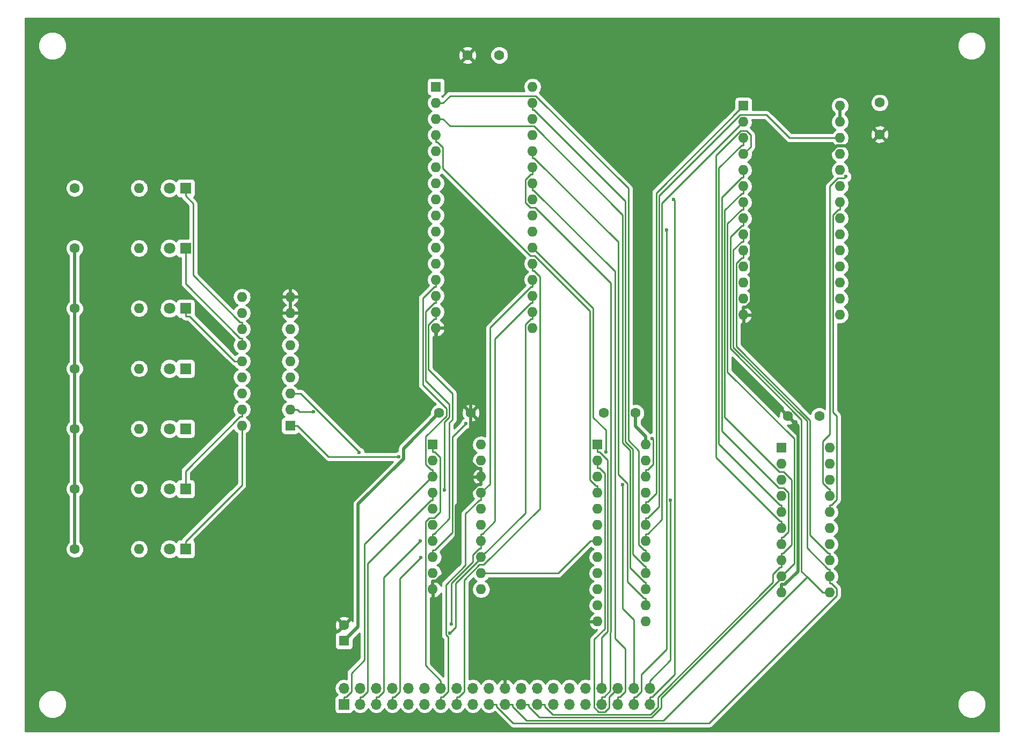
<source format=gbl>
G04 #@! TF.FileFunction,Copper,L2,Bot,Signal*
%FSLAX46Y46*%
G04 Gerber Fmt 4.6, Leading zero omitted, Abs format (unit mm)*
G04 Created by KiCad (PCBNEW 4.0.7) date 10/16/19 21:59:32*
%MOMM*%
%LPD*%
G01*
G04 APERTURE LIST*
%ADD10C,0.100000*%
%ADD11R,1.600000X1.600000*%
%ADD12O,1.600000X1.600000*%
%ADD13C,1.600000*%
%ADD14R,1.800000X1.800000*%
%ADD15C,1.800000*%
%ADD16R,1.700000X1.700000*%
%ADD17O,1.700000X1.700000*%
%ADD18C,1.524000*%
%ADD19C,0.600000*%
%ADD20C,0.500000*%
%ADD21C,0.250000*%
%ADD22C,0.254000*%
G04 APERTURE END LIST*
D10*
D11*
X92500000Y-95000000D03*
D12*
X84880000Y-74680000D03*
X92500000Y-92460000D03*
X84880000Y-77220000D03*
X92500000Y-89920000D03*
X84880000Y-79760000D03*
X92500000Y-87380000D03*
X84880000Y-82300000D03*
X92500000Y-84840000D03*
X84880000Y-84840000D03*
X92500000Y-82300000D03*
X84880000Y-87380000D03*
X92500000Y-79760000D03*
X84880000Y-89920000D03*
X92500000Y-77220000D03*
X84880000Y-92460000D03*
X92500000Y-74680000D03*
X84880000Y-95000000D03*
D11*
X115500000Y-41500000D03*
D12*
X130740000Y-79600000D03*
X115500000Y-44040000D03*
X130740000Y-77060000D03*
X115500000Y-46580000D03*
X130740000Y-74520000D03*
X115500000Y-49120000D03*
X130740000Y-71980000D03*
X115500000Y-51660000D03*
X130740000Y-69440000D03*
X115500000Y-54200000D03*
X130740000Y-66900000D03*
X115500000Y-56740000D03*
X130740000Y-64360000D03*
X115500000Y-59280000D03*
X130740000Y-61820000D03*
X115500000Y-61820000D03*
X130740000Y-59280000D03*
X115500000Y-64360000D03*
X130740000Y-56740000D03*
X115500000Y-66900000D03*
X130740000Y-54200000D03*
X115500000Y-69440000D03*
X130740000Y-51660000D03*
X115500000Y-71980000D03*
X130740000Y-49120000D03*
X115500000Y-74520000D03*
X130740000Y-46580000D03*
X115500000Y-77060000D03*
X130740000Y-44040000D03*
X115500000Y-79600000D03*
X130740000Y-41500000D03*
D13*
X116000000Y-93000000D03*
X121000000Y-93000000D03*
X176000000Y-93500000D03*
X171000000Y-93500000D03*
X147000000Y-93000000D03*
X142000000Y-93000000D03*
X125500000Y-36500000D03*
X120500000Y-36500000D03*
X185500000Y-44000000D03*
X185500000Y-49000000D03*
D11*
X101000000Y-129000000D03*
D13*
X101000000Y-126500000D03*
D14*
X76000000Y-114500000D03*
D15*
X73460000Y-114500000D03*
D14*
X76000000Y-105000000D03*
D15*
X73460000Y-105000000D03*
D14*
X76000000Y-95500000D03*
D15*
X73460000Y-95500000D03*
D14*
X76000000Y-86000000D03*
D15*
X73460000Y-86000000D03*
D14*
X76000000Y-76500000D03*
D15*
X73460000Y-76500000D03*
D14*
X76000000Y-67000000D03*
D15*
X73460000Y-67000000D03*
D14*
X76000000Y-57500000D03*
D15*
X73460000Y-57500000D03*
D16*
X101000000Y-139000000D03*
D17*
X101000000Y-136460000D03*
X103540000Y-139000000D03*
X103540000Y-136460000D03*
X106080000Y-139000000D03*
X106080000Y-136460000D03*
X108620000Y-139000000D03*
X108620000Y-136460000D03*
X111160000Y-139000000D03*
X111160000Y-136460000D03*
X113700000Y-139000000D03*
X113700000Y-136460000D03*
X116240000Y-139000000D03*
X116240000Y-136460000D03*
X118780000Y-139000000D03*
X118780000Y-136460000D03*
X121320000Y-139000000D03*
X121320000Y-136460000D03*
X123860000Y-139000000D03*
X123860000Y-136460000D03*
X126400000Y-139000000D03*
X126400000Y-136460000D03*
X128940000Y-139000000D03*
X128940000Y-136460000D03*
X131480000Y-139000000D03*
X131480000Y-136460000D03*
X134020000Y-139000000D03*
X134020000Y-136460000D03*
X136560000Y-139000000D03*
X136560000Y-136460000D03*
X139100000Y-139000000D03*
X139100000Y-136460000D03*
X141640000Y-139000000D03*
X141640000Y-136460000D03*
X144180000Y-139000000D03*
X144180000Y-136460000D03*
X146720000Y-139000000D03*
X146720000Y-136460000D03*
X149260000Y-139000000D03*
X149260000Y-136460000D03*
D13*
X58500000Y-114500000D03*
D12*
X68660000Y-114500000D03*
D13*
X58500000Y-105000000D03*
D12*
X68660000Y-105000000D03*
D13*
X58500000Y-95500000D03*
D12*
X68660000Y-95500000D03*
D13*
X58500000Y-86000000D03*
D12*
X68660000Y-86000000D03*
D13*
X58500000Y-76500000D03*
D12*
X68660000Y-76500000D03*
D13*
X58500000Y-67000000D03*
D12*
X68660000Y-67000000D03*
D13*
X58500000Y-57500000D03*
D12*
X68660000Y-57500000D03*
D11*
X115000000Y-98000000D03*
D12*
X122620000Y-120860000D03*
X115000000Y-100540000D03*
X122620000Y-118320000D03*
X115000000Y-103080000D03*
X122620000Y-115780000D03*
X115000000Y-105620000D03*
X122620000Y-113240000D03*
X115000000Y-108160000D03*
X122620000Y-110700000D03*
X115000000Y-110700000D03*
X122620000Y-108160000D03*
X115000000Y-113240000D03*
X122620000Y-105620000D03*
X115000000Y-115780000D03*
X122620000Y-103080000D03*
X115000000Y-118320000D03*
X122620000Y-100540000D03*
X115000000Y-120860000D03*
X122620000Y-98000000D03*
D11*
X170000000Y-98500000D03*
D12*
X177620000Y-121360000D03*
X170000000Y-101040000D03*
X177620000Y-118820000D03*
X170000000Y-103580000D03*
X177620000Y-116280000D03*
X170000000Y-106120000D03*
X177620000Y-113740000D03*
X170000000Y-108660000D03*
X177620000Y-111200000D03*
X170000000Y-111200000D03*
X177620000Y-108660000D03*
X170000000Y-113740000D03*
X177620000Y-106120000D03*
X170000000Y-116280000D03*
X177620000Y-103580000D03*
X170000000Y-118820000D03*
X177620000Y-101040000D03*
X170000000Y-121360000D03*
X177620000Y-98500000D03*
D11*
X141000000Y-98000000D03*
D12*
X148620000Y-125940000D03*
X141000000Y-100540000D03*
X148620000Y-123400000D03*
X141000000Y-103080000D03*
X148620000Y-120860000D03*
X141000000Y-105620000D03*
X148620000Y-118320000D03*
X141000000Y-108160000D03*
X148620000Y-115780000D03*
X141000000Y-110700000D03*
X148620000Y-113240000D03*
X141000000Y-113240000D03*
X148620000Y-110700000D03*
X141000000Y-115780000D03*
X148620000Y-108160000D03*
X141000000Y-118320000D03*
X148620000Y-105620000D03*
X141000000Y-120860000D03*
X148620000Y-103080000D03*
X141000000Y-123400000D03*
X148620000Y-100540000D03*
X141000000Y-125940000D03*
X148620000Y-98000000D03*
D11*
X164000000Y-44500000D03*
D12*
X179240000Y-77520000D03*
X164000000Y-47040000D03*
X179240000Y-74980000D03*
X164000000Y-49580000D03*
X179240000Y-72440000D03*
X164000000Y-52120000D03*
X179240000Y-69900000D03*
X164000000Y-54660000D03*
X179240000Y-67360000D03*
X164000000Y-57200000D03*
X179240000Y-64820000D03*
X164000000Y-59740000D03*
X179240000Y-62280000D03*
X164000000Y-62280000D03*
X179240000Y-59740000D03*
X164000000Y-64820000D03*
X179240000Y-57200000D03*
X164000000Y-67360000D03*
X179240000Y-54660000D03*
X164000000Y-69900000D03*
X179240000Y-52120000D03*
X164000000Y-72440000D03*
X179240000Y-49580000D03*
X164000000Y-74980000D03*
X179240000Y-47040000D03*
X164000000Y-77520000D03*
X179240000Y-44500000D03*
D18*
X59000000Y-44270000D03*
X197000000Y-44270000D03*
X59000000Y-132270000D03*
X197000000Y-132270000D03*
X131500000Y-129770000D03*
X171500000Y-83770000D03*
X120500000Y-78770000D03*
X89000000Y-82770000D03*
X148000000Y-83770000D03*
D19*
X116874000Y-105193400D03*
X112994700Y-113240000D03*
X113150500Y-115832100D03*
X120242000Y-94661300D03*
X117693600Y-127800400D03*
X117971800Y-126368600D03*
X151854800Y-64144100D03*
X144968300Y-104331100D03*
X152954400Y-59280000D03*
X152521900Y-106793600D03*
X109626600Y-99915200D03*
X96186100Y-92831500D03*
X103398100Y-99287100D03*
X180197700Y-55679800D03*
X142352100Y-99125400D03*
X149615300Y-97040800D03*
D20*
X179240000Y-44500000D02*
X179240000Y-47040000D01*
X58500000Y-86000000D02*
X58500000Y-95500000D01*
X58500000Y-95500000D02*
X58500000Y-105000000D01*
X58500000Y-105000000D02*
X58500000Y-114500000D01*
X58500000Y-67000000D02*
X58500000Y-76500000D01*
X58500000Y-76500000D02*
X58500000Y-86000000D01*
X147000000Y-95129700D02*
X147000000Y-93000000D01*
X148620000Y-96749700D02*
X147000000Y-95129700D01*
X148620000Y-98000000D02*
X148620000Y-96749700D01*
X110376900Y-98623100D02*
X116000000Y-93000000D01*
X110376900Y-100226100D02*
X110376900Y-98623100D01*
X103217700Y-107385300D02*
X110376900Y-100226100D01*
X103217700Y-126782300D02*
X103217700Y-107385300D01*
X101000000Y-129000000D02*
X103217700Y-126782300D01*
X92500000Y-74680000D02*
X92500000Y-77220000D01*
X115500000Y-79600000D02*
X115500000Y-80850300D01*
X170000000Y-121360000D02*
X170000000Y-120109700D01*
X172608400Y-95108400D02*
X171000000Y-93500000D01*
X172608400Y-118045200D02*
X172608400Y-95108400D01*
X170543900Y-120109700D02*
X172608400Y-118045200D01*
X170000000Y-120109700D02*
X170543900Y-120109700D01*
X183650000Y-50850000D02*
X185500000Y-49000000D01*
X178711600Y-50850000D02*
X183650000Y-50850000D01*
X165250300Y-64311300D02*
X178711600Y-50850000D01*
X165250300Y-75566500D02*
X165250300Y-64311300D01*
X164547100Y-76269700D02*
X165250300Y-75566500D01*
X164000000Y-76269700D02*
X164547100Y-76269700D01*
X164000000Y-77520000D02*
X164000000Y-76269700D01*
X121000000Y-86350300D02*
X121000000Y-93000000D01*
X115500000Y-80850300D02*
X121000000Y-86350300D01*
X122076100Y-101829700D02*
X122620000Y-101829700D01*
X121000000Y-100753600D02*
X122076100Y-101829700D01*
X121000000Y-93000000D02*
X121000000Y-100753600D01*
X122620000Y-103080000D02*
X122620000Y-101829700D01*
X122076100Y-104330300D02*
X122620000Y-104330300D01*
X118665100Y-107741300D02*
X122076100Y-104330300D01*
X118665100Y-116491700D02*
X118665100Y-107741300D01*
X115547100Y-119609700D02*
X118665100Y-116491700D01*
X115000000Y-119609700D02*
X115547100Y-119609700D01*
X115000000Y-120860000D02*
X115000000Y-119609700D01*
X122620000Y-103080000D02*
X122620000Y-104330300D01*
D21*
X84880000Y-104394700D02*
X76000000Y-113274700D01*
X84880000Y-95000000D02*
X84880000Y-104394700D01*
X76000000Y-114500000D02*
X76000000Y-113274700D01*
X76000000Y-102184000D02*
X76000000Y-105000000D01*
X84598700Y-93585300D02*
X76000000Y-102184000D01*
X84880000Y-93585300D02*
X84598700Y-93585300D01*
X84880000Y-92460000D02*
X84880000Y-93585300D01*
X76640000Y-77725300D02*
X76000000Y-77725300D01*
X83754700Y-84840000D02*
X76640000Y-77725300D01*
X84880000Y-84840000D02*
X83754700Y-84840000D01*
X76000000Y-76500000D02*
X76000000Y-77725300D01*
X76000000Y-72576000D02*
X76000000Y-67000000D01*
X84598700Y-81174700D02*
X76000000Y-72576000D01*
X84880000Y-81174700D02*
X84598700Y-81174700D01*
X84880000Y-82300000D02*
X84880000Y-81174700D01*
X77225300Y-59950600D02*
X76000000Y-58725300D01*
X77225300Y-71261400D02*
X77225300Y-59950600D01*
X84598600Y-78634700D02*
X77225300Y-71261400D01*
X84880000Y-78634700D02*
X84598600Y-78634700D01*
X84880000Y-79760000D02*
X84880000Y-78634700D01*
X76000000Y-57500000D02*
X76000000Y-58725300D01*
X115500000Y-71980000D02*
X115500000Y-73105300D01*
X115000000Y-102517300D02*
X115000000Y-102979800D01*
X115000000Y-103080000D02*
X115000000Y-102979800D01*
X115000000Y-102517300D02*
X115000000Y-101954700D01*
X101367400Y-137824700D02*
X101000000Y-137824700D01*
X102175300Y-137016800D02*
X101367400Y-137824700D01*
X102175300Y-134102700D02*
X102175300Y-137016800D01*
X104264900Y-132013100D02*
X102175300Y-134102700D01*
X104264900Y-113714900D02*
X104264900Y-132013100D01*
X115000000Y-102979800D02*
X104264900Y-113714900D01*
X101000000Y-139000000D02*
X101000000Y-137824700D01*
X114718600Y-101954700D02*
X115000000Y-101954700D01*
X113874700Y-101110800D02*
X114718600Y-101954700D01*
X113874700Y-96741900D02*
X113874700Y-101110800D01*
X117158600Y-93458000D02*
X113874700Y-96741900D01*
X117158600Y-92286500D02*
X117158600Y-93458000D01*
X113420500Y-88548400D02*
X117158600Y-92286500D01*
X113420500Y-74903500D02*
X113420500Y-88548400D01*
X115218700Y-73105300D02*
X113420500Y-74903500D01*
X115500000Y-73105300D02*
X115218700Y-73105300D01*
X103540000Y-139000000D02*
X103540000Y-137824700D01*
X114718700Y-106745300D02*
X115000000Y-106745300D01*
X104715300Y-116748700D02*
X114718700Y-106745300D01*
X104715300Y-137016800D02*
X104715300Y-116748700D01*
X103907400Y-137824700D02*
X104715300Y-137016800D01*
X103540000Y-137824700D02*
X103907400Y-137824700D01*
X115000000Y-105620000D02*
X115000000Y-106745300D01*
X116874000Y-94422800D02*
X116874000Y-105193400D01*
X117621800Y-93675000D02*
X116874000Y-94422800D01*
X117621800Y-91655900D02*
X117621800Y-93675000D01*
X113870800Y-87904900D02*
X117621800Y-91655900D01*
X113870800Y-76993100D02*
X113870800Y-87904900D01*
X115218600Y-75645300D02*
X113870800Y-76993100D01*
X115500000Y-75645300D02*
X115218600Y-75645300D01*
X115500000Y-74520000D02*
X115500000Y-75645300D01*
X106080000Y-139000000D02*
X106080000Y-137824700D01*
X115500000Y-77060000D02*
X115500000Y-78185300D01*
X115000000Y-113240000D02*
X115000000Y-112114700D01*
X107255300Y-118979400D02*
X112994700Y-113240000D01*
X107255300Y-137016800D02*
X107255300Y-118979400D01*
X106447400Y-137824700D02*
X107255300Y-137016800D01*
X106080000Y-137824700D02*
X106447400Y-137824700D01*
X115204400Y-112114700D02*
X115000000Y-112114700D01*
X117621800Y-109697300D02*
X115204400Y-112114700D01*
X117621800Y-94537200D02*
X117621800Y-109697300D01*
X118072100Y-94086900D02*
X117621800Y-94537200D01*
X118072100Y-89905700D02*
X118072100Y-94086900D01*
X114325400Y-86159000D02*
X118072100Y-89905700D01*
X114325400Y-79078600D02*
X114325400Y-86159000D01*
X115218700Y-78185300D02*
X114325400Y-79078600D01*
X115500000Y-78185300D02*
X115218700Y-78185300D01*
X108987400Y-137824700D02*
X108620000Y-137824700D01*
X109795300Y-137016800D02*
X108987400Y-137824700D01*
X109795300Y-119187300D02*
X109795300Y-137016800D01*
X113150500Y-115832100D02*
X109795300Y-119187300D01*
X108620000Y-139000000D02*
X108620000Y-137824700D01*
X115000000Y-115780000D02*
X115000000Y-114654700D01*
X118089700Y-96813600D02*
X120242000Y-94661300D01*
X118089700Y-111846300D02*
X118089700Y-96813600D01*
X115281300Y-114654700D02*
X118089700Y-111846300D01*
X115000000Y-114654700D02*
X115281300Y-114654700D01*
X122620000Y-115947200D02*
X122620000Y-115780000D01*
X118632500Y-119934700D02*
X122620000Y-115947200D01*
X118632500Y-126861500D02*
X118632500Y-119934700D01*
X117693600Y-127800400D02*
X118632500Y-126861500D01*
X129614700Y-108785300D02*
X122620000Y-115780000D01*
X129614700Y-79029200D02*
X129614700Y-108785300D01*
X130458600Y-78185300D02*
X129614700Y-79029200D01*
X130740000Y-78185300D02*
X130458600Y-78185300D01*
X130740000Y-77060000D02*
X130740000Y-78185300D01*
X130740000Y-74520000D02*
X130740000Y-75645300D01*
X122620000Y-113240000D02*
X122620000Y-112114700D01*
X122620000Y-113240000D02*
X122620000Y-114365300D01*
X117971800Y-119865500D02*
X117971800Y-126368600D01*
X121308100Y-116529200D02*
X117971800Y-119865500D01*
X121308100Y-115395800D02*
X121308100Y-116529200D01*
X122338600Y-114365300D02*
X121308100Y-115395800D01*
X122620000Y-114365300D02*
X122338600Y-114365300D01*
X122824300Y-112114700D02*
X122620000Y-112114700D01*
X124812400Y-110126600D02*
X122824300Y-112114700D01*
X124812400Y-81291600D02*
X124812400Y-110126600D01*
X130458700Y-75645300D02*
X124812400Y-81291600D01*
X130740000Y-75645300D02*
X130458700Y-75645300D01*
X130740000Y-71980000D02*
X130740000Y-73105300D01*
X124034600Y-104205400D02*
X122620000Y-105620000D01*
X124034600Y-79529400D02*
X124034600Y-104205400D01*
X130458700Y-73105300D02*
X124034600Y-79529400D01*
X130740000Y-73105300D02*
X130458700Y-73105300D01*
X122620000Y-105620000D02*
X122620000Y-106745300D01*
X116240000Y-139000000D02*
X116240000Y-137824700D01*
X116607400Y-137824700D02*
X116240000Y-137824700D01*
X117415300Y-137016800D02*
X116607400Y-137824700D01*
X117415300Y-128406400D02*
X117415300Y-137016800D01*
X117068300Y-128059400D02*
X117415300Y-128406400D01*
X117068300Y-120132100D02*
X117068300Y-128059400D01*
X120144300Y-117056100D02*
X117068300Y-120132100D01*
X120144300Y-108939600D02*
X120144300Y-117056100D01*
X122338600Y-106745300D02*
X120144300Y-108939600D01*
X122620000Y-106745300D02*
X122338600Y-106745300D01*
X113847300Y-132892000D02*
X116240000Y-135284700D01*
X113847300Y-110198500D02*
X113847300Y-132892000D01*
X114488600Y-109557200D02*
X113847300Y-110198500D01*
X115229900Y-109557200D02*
X114488600Y-109557200D01*
X116141200Y-108645900D02*
X115229900Y-109557200D01*
X116141200Y-99985200D02*
X116141200Y-108645900D01*
X115281300Y-99125300D02*
X116141200Y-99985200D01*
X115000000Y-99125300D02*
X115281300Y-99125300D01*
X115000000Y-98000000D02*
X115000000Y-99125300D01*
X116240000Y-136460000D02*
X116240000Y-135284700D01*
X119147400Y-137824700D02*
X118780000Y-137824700D01*
X119955300Y-137016800D02*
X119147400Y-137824700D01*
X119955300Y-119381100D02*
X119955300Y-137016800D01*
X122356900Y-116979500D02*
X119955300Y-119381100D01*
X123032700Y-116979500D02*
X122356900Y-116979500D01*
X131915400Y-108096800D02*
X123032700Y-116979500D01*
X131915400Y-71459400D02*
X131915400Y-108096800D01*
X131021300Y-70565300D02*
X131915400Y-71459400D01*
X130740000Y-70565300D02*
X131021300Y-70565300D01*
X130740000Y-69440000D02*
X130740000Y-70565300D01*
X118780000Y-139000000D02*
X118780000Y-137824700D01*
X164000000Y-67360000D02*
X164000000Y-68485300D01*
X177620000Y-116280000D02*
X177620000Y-115154700D01*
X163718700Y-68485300D02*
X164000000Y-68485300D01*
X162874600Y-69329400D02*
X163718700Y-68485300D01*
X162874600Y-82476200D02*
X162874600Y-69329400D01*
X174527500Y-94129100D02*
X162874600Y-82476200D01*
X174527500Y-112266800D02*
X174527500Y-94129100D01*
X177415400Y-115154700D02*
X174527500Y-112266800D01*
X177620000Y-115154700D02*
X177415400Y-115154700D01*
X177620000Y-118820000D02*
X177620000Y-119945300D01*
X123860000Y-139000000D02*
X125035300Y-139000000D01*
X164000000Y-64820000D02*
X164000000Y-65945300D01*
X177620000Y-118820000D02*
X177620000Y-117694700D01*
X163718700Y-65945300D02*
X164000000Y-65945300D01*
X162424200Y-67239800D02*
X163718700Y-65945300D01*
X162424200Y-82662700D02*
X162424200Y-67239800D01*
X174038600Y-94277100D02*
X162424200Y-82662700D01*
X174038600Y-114317900D02*
X174038600Y-94277100D01*
X177415400Y-117694700D02*
X174038600Y-114317900D01*
X177620000Y-117694700D02*
X177415400Y-117694700D01*
X177901400Y-119945300D02*
X177620000Y-119945300D01*
X178745300Y-120789200D02*
X177901400Y-119945300D01*
X178745300Y-121852200D02*
X178745300Y-120789200D01*
X158597000Y-142000500D02*
X178745300Y-121852200D01*
X127668500Y-142000500D02*
X158597000Y-142000500D01*
X125035300Y-139367300D02*
X127668500Y-142000500D01*
X125035300Y-139000000D02*
X125035300Y-139367300D01*
X164000000Y-62280000D02*
X164000000Y-63405300D01*
X126400000Y-139000000D02*
X127575300Y-139000000D01*
X177620000Y-121360000D02*
X176494700Y-121360000D01*
X174045000Y-118910300D02*
X176494700Y-121360000D01*
X173183800Y-118049100D02*
X174045000Y-118910300D01*
X173183800Y-94059200D02*
X173183800Y-118049100D01*
X161934200Y-82809600D02*
X173183800Y-94059200D01*
X161934200Y-65189800D02*
X161934200Y-82809600D01*
X163718700Y-63405300D02*
X161934200Y-65189800D01*
X164000000Y-63405300D02*
X163718700Y-63405300D01*
X151405100Y-141550200D02*
X174045000Y-118910300D01*
X129758100Y-141550200D02*
X151405100Y-141550200D01*
X127575300Y-139367400D02*
X129758100Y-141550200D01*
X127575300Y-139000000D02*
X127575300Y-139367400D01*
X164000000Y-59740000D02*
X164000000Y-60865300D01*
X128940000Y-139000000D02*
X130115300Y-139000000D01*
X163718600Y-60865300D02*
X164000000Y-60865300D01*
X161483800Y-63100100D02*
X163718600Y-60865300D01*
X161483800Y-86527200D02*
X161483800Y-63100100D01*
X172033100Y-97076500D02*
X161483800Y-86527200D01*
X172033100Y-116786900D02*
X172033100Y-97076500D01*
X170000000Y-118820000D02*
X172033100Y-116786900D01*
X170000000Y-119087900D02*
X170000000Y-118820000D01*
X151068400Y-138019500D02*
X170000000Y-119087900D01*
X151068400Y-139581200D02*
X151068400Y-138019500D01*
X149549700Y-141099900D02*
X151068400Y-139581200D01*
X131847900Y-141099900D02*
X149549700Y-141099900D01*
X130115300Y-139367300D02*
X131847900Y-141099900D01*
X130115300Y-139000000D02*
X130115300Y-139367300D01*
X131480000Y-139000000D02*
X132655300Y-139000000D01*
X170000000Y-116842600D02*
X170000000Y-116757400D01*
X170000000Y-116842600D02*
X170000000Y-117405300D01*
X170000000Y-116280000D02*
X170000000Y-116757400D01*
X164000000Y-57200000D02*
X164000000Y-58325300D01*
X170000000Y-116280000D02*
X170000000Y-115154700D01*
X163718700Y-58325300D02*
X164000000Y-58325300D01*
X161033400Y-61010600D02*
X163718700Y-58325300D01*
X161033400Y-93667300D02*
X161033400Y-61010600D01*
X169676100Y-102310000D02*
X161033400Y-93667300D01*
X170343800Y-102310000D02*
X169676100Y-102310000D01*
X171582700Y-103548900D02*
X170343800Y-102310000D01*
X171582700Y-113853300D02*
X171582700Y-103548900D01*
X170281300Y-115154700D02*
X171582700Y-113853300D01*
X170000000Y-115154700D02*
X170281300Y-115154700D01*
X169718600Y-117405300D02*
X170000000Y-117405300D01*
X168688100Y-118435800D02*
X169718600Y-117405300D01*
X168688100Y-119762900D02*
X168688100Y-118435800D01*
X150512000Y-137939000D02*
X168688100Y-119762900D01*
X150512000Y-139484800D02*
X150512000Y-137939000D01*
X149347200Y-140649600D02*
X150512000Y-139484800D01*
X133937600Y-140649600D02*
X149347200Y-140649600D01*
X132655300Y-139367300D02*
X133937600Y-140649600D01*
X132655300Y-139000000D02*
X132655300Y-139367300D01*
X170281400Y-112614700D02*
X170000000Y-112614700D01*
X171125300Y-111770800D02*
X170281400Y-112614700D01*
X171125300Y-105608400D02*
X171125300Y-111770800D01*
X170366900Y-104850000D02*
X171125300Y-105608400D01*
X169608200Y-104850000D02*
X170366900Y-104850000D01*
X160583000Y-95824800D02*
X169608200Y-104850000D01*
X160583000Y-58921000D02*
X160583000Y-95824800D01*
X163718700Y-55785300D02*
X160583000Y-58921000D01*
X164000000Y-55785300D02*
X163718700Y-55785300D01*
X164000000Y-54660000D02*
X164000000Y-55785300D01*
X170000000Y-113740000D02*
X170000000Y-112614700D01*
X169718700Y-110074700D02*
X170000000Y-110074700D01*
X159670600Y-100026600D02*
X169718700Y-110074700D01*
X159670600Y-52312100D02*
X159670600Y-100026600D01*
X163567000Y-48415700D02*
X159670600Y-52312100D01*
X164484300Y-48415700D02*
X163567000Y-48415700D01*
X165164900Y-49096300D02*
X164484300Y-48415700D01*
X165164900Y-50955100D02*
X165164900Y-49096300D01*
X164000000Y-52120000D02*
X165164900Y-50955100D01*
X170000000Y-111200000D02*
X170000000Y-110074700D01*
X164000000Y-49580000D02*
X164000000Y-50705300D01*
X170000000Y-108660000D02*
X170000000Y-107534700D01*
X163718700Y-50705300D02*
X164000000Y-50705300D01*
X160121000Y-54303000D02*
X163718700Y-50705300D01*
X160121000Y-97860200D02*
X160121000Y-54303000D01*
X169795500Y-107534700D02*
X160121000Y-97860200D01*
X170000000Y-107534700D02*
X169795500Y-107534700D01*
X142032200Y-137824700D02*
X141640000Y-137824700D01*
X143004600Y-136852300D02*
X142032200Y-137824700D01*
X143004600Y-127700300D02*
X143004600Y-136852300D01*
X143128400Y-127576500D02*
X143004600Y-127700300D01*
X143128400Y-72535000D02*
X143128400Y-127576500D01*
X131143400Y-60550000D02*
X143128400Y-72535000D01*
X130383600Y-60550000D02*
X131143400Y-60550000D01*
X129595800Y-59762200D02*
X130383600Y-60550000D01*
X129595800Y-56188200D02*
X129595800Y-59762200D01*
X130458700Y-55325300D02*
X129595800Y-56188200D01*
X130740000Y-55325300D02*
X130458700Y-55325300D01*
X130740000Y-54200000D02*
X130740000Y-55325300D01*
X141640000Y-139000000D02*
X141640000Y-137824700D01*
X141000000Y-98000000D02*
X141000000Y-99125300D01*
X141640000Y-136460000D02*
X141640000Y-135284700D01*
X141281300Y-99125300D02*
X141000000Y-99125300D01*
X142577100Y-100421100D02*
X141281300Y-99125300D01*
X142577100Y-127490900D02*
X142577100Y-100421100D01*
X141640000Y-128428000D02*
X142577100Y-127490900D01*
X141640000Y-135284700D02*
X141640000Y-128428000D01*
X130740000Y-56740000D02*
X130740000Y-57865300D01*
X144180000Y-139000000D02*
X144180000Y-137824700D01*
X144547400Y-137824700D02*
X144180000Y-137824700D01*
X145355300Y-137016800D02*
X144547400Y-137824700D01*
X145355300Y-130213200D02*
X145355300Y-137016800D01*
X143729800Y-128587700D02*
X145355300Y-130213200D01*
X143729800Y-70670100D02*
X143729800Y-128587700D01*
X130925000Y-57865300D02*
X143729800Y-70670100D01*
X130740000Y-57865300D02*
X130925000Y-57865300D01*
X142815400Y-137824600D02*
X144180000Y-136460000D01*
X142815400Y-139566900D02*
X142815400Y-137824600D01*
X142183000Y-140199300D02*
X142815400Y-139566900D01*
X141159200Y-140199300D02*
X142183000Y-140199300D01*
X140456700Y-139496800D02*
X141159200Y-140199300D01*
X140456700Y-128749100D02*
X140456700Y-139496800D01*
X142126800Y-127079000D02*
X140456700Y-128749100D01*
X142126800Y-102510800D02*
X142126800Y-127079000D01*
X141281300Y-101665300D02*
X142126800Y-102510800D01*
X141000000Y-101665300D02*
X141281300Y-101665300D01*
X141000000Y-100540000D02*
X141000000Y-101665300D01*
X146720000Y-139000000D02*
X146720000Y-137824700D01*
X147087400Y-137824700D02*
X146720000Y-137824700D01*
X147895300Y-137016800D02*
X147087400Y-137824700D01*
X147895300Y-134275300D02*
X147895300Y-137016800D01*
X151854800Y-130315800D02*
X147895300Y-134275300D01*
X151854800Y-64144100D02*
X151854800Y-130315800D01*
X144968300Y-123879900D02*
X144968300Y-104331100D01*
X146720000Y-125631600D02*
X144968300Y-123879900D01*
X146720000Y-136460000D02*
X146720000Y-125631600D01*
X149260000Y-139000000D02*
X149260000Y-137824700D01*
X153149200Y-59474800D02*
X152954400Y-59280000D01*
X153149200Y-134295200D02*
X153149200Y-59474800D01*
X149619700Y-137824700D02*
X153149200Y-134295200D01*
X149260000Y-137824700D02*
X149619700Y-137824700D01*
X149260000Y-136460000D02*
X149260000Y-135284700D01*
X152521900Y-132022800D02*
X149260000Y-135284700D01*
X152521900Y-106793600D02*
X152521900Y-132022800D01*
X115500000Y-49120000D02*
X115500000Y-50245300D01*
X141000000Y-105620000D02*
X141000000Y-104494700D01*
X140718500Y-104494700D02*
X141000000Y-104494700D01*
X139820200Y-103596400D02*
X140718500Y-104494700D01*
X139820200Y-76887100D02*
X139820200Y-103596400D01*
X131103100Y-68170000D02*
X139820200Y-76887100D01*
X130416800Y-68170000D02*
X131103100Y-68170000D01*
X116625300Y-54378500D02*
X130416800Y-68170000D01*
X116625300Y-51089200D02*
X116625300Y-54378500D01*
X115781400Y-50245300D02*
X116625300Y-51089200D01*
X115500000Y-50245300D02*
X115781400Y-50245300D01*
X92500000Y-95000000D02*
X93625300Y-95000000D01*
X98540500Y-99915200D02*
X109626600Y-99915200D01*
X93625300Y-95000000D02*
X98540500Y-99915200D01*
X141000000Y-113240000D02*
X139874700Y-113240000D01*
X122620000Y-118320000D02*
X123745300Y-118320000D01*
X134794700Y-118320000D02*
X139874700Y-113240000D01*
X123745300Y-118320000D02*
X134794700Y-118320000D01*
X93996800Y-92831500D02*
X93625300Y-92460000D01*
X96186100Y-92831500D02*
X93996800Y-92831500D01*
X92500000Y-92460000D02*
X93625300Y-92460000D01*
X92500000Y-89920000D02*
X93625300Y-89920000D01*
X103398100Y-99159100D02*
X103398100Y-99287100D01*
X94159000Y-89920000D02*
X103398100Y-99159100D01*
X93625300Y-89920000D02*
X94159000Y-89920000D01*
X177901400Y-107534700D02*
X177620000Y-107534700D01*
X178745300Y-106690800D02*
X177901400Y-107534700D01*
X178745300Y-93487300D02*
X178745300Y-106690800D01*
X178114600Y-92856600D02*
X178745300Y-93487300D01*
X178114600Y-61709400D02*
X178114600Y-92856600D01*
X178958700Y-60865300D02*
X178114600Y-61709400D01*
X179240000Y-60865300D02*
X178958700Y-60865300D01*
X179240000Y-59740000D02*
X179240000Y-60865300D01*
X177620000Y-108660000D02*
X177620000Y-107534700D01*
X177427200Y-104994700D02*
X177620000Y-104994700D01*
X176494700Y-104062200D02*
X177427200Y-104994700D01*
X176494700Y-97502300D02*
X176494700Y-104062200D01*
X177650600Y-96346400D02*
X176494700Y-97502300D01*
X177650600Y-57195800D02*
X177650600Y-96346400D01*
X178916400Y-55930000D02*
X177650600Y-57195800D01*
X179947500Y-55930000D02*
X178916400Y-55930000D01*
X180197700Y-55679800D02*
X179947500Y-55930000D01*
X177620000Y-106120000D02*
X177620000Y-104994700D01*
X148338700Y-122274700D02*
X148620000Y-122274700D01*
X145693300Y-119629300D02*
X148338700Y-122274700D01*
X145693300Y-104171700D02*
X145693300Y-119629300D01*
X144234700Y-102713100D02*
X145693300Y-104171700D01*
X144234700Y-65998700D02*
X144234700Y-102713100D01*
X131021300Y-52785300D02*
X144234700Y-65998700D01*
X130740000Y-52785300D02*
X131021300Y-52785300D01*
X130740000Y-51660000D02*
X130740000Y-52785300D01*
X148620000Y-123400000D02*
X148620000Y-122274700D01*
X115500000Y-46580000D02*
X116625300Y-46580000D01*
X148620000Y-120860000D02*
X148620000Y-119734700D01*
X117750600Y-47705300D02*
X116625300Y-46580000D01*
X130952700Y-47705300D02*
X117750600Y-47705300D01*
X144948600Y-61701200D02*
X130952700Y-47705300D01*
X144948600Y-97711700D02*
X144948600Y-61701200D01*
X146143700Y-98906800D02*
X144948600Y-97711700D01*
X146143700Y-117463000D02*
X146143700Y-98906800D01*
X148415400Y-119734700D02*
X146143700Y-117463000D01*
X148620000Y-119734700D02*
X148415400Y-119734700D01*
X148620000Y-118320000D02*
X148620000Y-117194700D01*
X130740000Y-44040000D02*
X130740000Y-45165300D01*
X131021300Y-45165300D02*
X130740000Y-45165300D01*
X145398900Y-59542900D02*
X131021300Y-45165300D01*
X145398900Y-97525100D02*
X145398900Y-59542900D01*
X146594000Y-98720200D02*
X145398900Y-97525100D01*
X146594000Y-115373200D02*
X146594000Y-98720200D01*
X148415500Y-117194700D02*
X146594000Y-115373200D01*
X148620000Y-117194700D02*
X148415500Y-117194700D01*
X148620000Y-115780000D02*
X148620000Y-114654700D01*
X115500000Y-44040000D02*
X116625300Y-44040000D01*
X117750600Y-42914700D02*
X116625300Y-44040000D01*
X131222700Y-42914700D02*
X117750600Y-42914700D01*
X145849200Y-57541200D02*
X131222700Y-42914700D01*
X145849200Y-97338500D02*
X145849200Y-57541200D01*
X147494600Y-98983900D02*
X145849200Y-97338500D01*
X147494600Y-113810700D02*
X147494600Y-98983900D01*
X148338600Y-114654700D02*
X147494600Y-113810700D01*
X148620000Y-114654700D02*
X148338600Y-114654700D01*
X148620000Y-113240000D02*
X148620000Y-112114700D01*
X151153200Y-59886800D02*
X164000000Y-47040000D01*
X151153200Y-109862800D02*
X151153200Y-59886800D01*
X148901300Y-112114700D02*
X151153200Y-109862800D01*
X148620000Y-112114700D02*
X148901300Y-112114700D01*
X148901300Y-109574700D02*
X148620000Y-109574700D01*
X150702800Y-107773200D02*
X148901300Y-109574700D01*
X150702800Y-58731300D02*
X150702800Y-107773200D01*
X163525100Y-45909000D02*
X150702800Y-58731300D01*
X167628900Y-45909000D02*
X163525100Y-45909000D01*
X171299900Y-49580000D02*
X167628900Y-45909000D01*
X179240000Y-49580000D02*
X171299900Y-49580000D01*
X148620000Y-110700000D02*
X148620000Y-109574700D01*
X148620000Y-108160000D02*
X148620000Y-107034700D01*
X148901300Y-107034700D02*
X148620000Y-107034700D01*
X150252500Y-105683500D02*
X148901300Y-107034700D01*
X150252500Y-58247500D02*
X150252500Y-105683500D01*
X164000000Y-44500000D02*
X150252500Y-58247500D01*
X142352100Y-95726900D02*
X142352100Y-99125400D01*
X140331600Y-93706400D02*
X142352100Y-95726900D01*
X140331600Y-76491600D02*
X140331600Y-93706400D01*
X130740000Y-66900000D02*
X140331600Y-76491600D01*
X148620000Y-103080000D02*
X148620000Y-101954700D01*
X149745300Y-97170800D02*
X149615300Y-97040800D01*
X149745300Y-101110800D02*
X149745300Y-97170800D01*
X148901400Y-101954700D02*
X149745300Y-101110800D01*
X148620000Y-101954700D02*
X148901400Y-101954700D01*
D22*
G36*
X204290000Y-143290000D02*
X50710000Y-143290000D01*
X50710000Y-139442619D01*
X52764613Y-139442619D01*
X53104155Y-140264372D01*
X53732321Y-140893636D01*
X54553481Y-141234611D01*
X55442619Y-141235387D01*
X56264372Y-140895845D01*
X56893636Y-140267679D01*
X57234611Y-139446519D01*
X57235387Y-138557381D01*
X56895845Y-137735628D01*
X56267679Y-137106364D01*
X55446519Y-136765389D01*
X54557381Y-136764613D01*
X53735628Y-137104155D01*
X53106364Y-137732321D01*
X52765389Y-138553481D01*
X52764613Y-139442619D01*
X50710000Y-139442619D01*
X50710000Y-126283223D01*
X99553035Y-126283223D01*
X99580222Y-126853454D01*
X99746136Y-127254005D01*
X99992255Y-127328139D01*
X100820395Y-126500000D01*
X99992255Y-125671861D01*
X99746136Y-125745995D01*
X99553035Y-126283223D01*
X50710000Y-126283223D01*
X50710000Y-125492255D01*
X100171861Y-125492255D01*
X101000000Y-126320395D01*
X101828139Y-125492255D01*
X101754005Y-125246136D01*
X101216777Y-125053035D01*
X100646546Y-125080222D01*
X100245995Y-125246136D01*
X100171861Y-125492255D01*
X50710000Y-125492255D01*
X50710000Y-67284187D01*
X57064752Y-67284187D01*
X57282757Y-67811800D01*
X57615000Y-68144623D01*
X57615000Y-75355829D01*
X57284176Y-75686077D01*
X57065250Y-76213309D01*
X57064752Y-76784187D01*
X57282757Y-77311800D01*
X57615000Y-77644623D01*
X57615000Y-84855829D01*
X57284176Y-85186077D01*
X57065250Y-85713309D01*
X57064752Y-86284187D01*
X57282757Y-86811800D01*
X57615000Y-87144623D01*
X57615000Y-94355829D01*
X57284176Y-94686077D01*
X57065250Y-95213309D01*
X57064752Y-95784187D01*
X57282757Y-96311800D01*
X57615000Y-96644623D01*
X57615000Y-103855829D01*
X57284176Y-104186077D01*
X57065250Y-104713309D01*
X57064752Y-105284187D01*
X57282757Y-105811800D01*
X57615000Y-106144623D01*
X57615000Y-113355829D01*
X57284176Y-113686077D01*
X57065250Y-114213309D01*
X57064752Y-114784187D01*
X57282757Y-115311800D01*
X57686077Y-115715824D01*
X58213309Y-115934750D01*
X58784187Y-115935248D01*
X59311800Y-115717243D01*
X59715824Y-115313923D01*
X59934750Y-114786691D01*
X59935000Y-114500000D01*
X67196887Y-114500000D01*
X67306120Y-115049151D01*
X67617189Y-115514698D01*
X68082736Y-115825767D01*
X68631887Y-115935000D01*
X68688113Y-115935000D01*
X69237264Y-115825767D01*
X69702811Y-115514698D01*
X70013880Y-115049151D01*
X70123113Y-114500000D01*
X70013880Y-113950849D01*
X69702811Y-113485302D01*
X69237264Y-113174233D01*
X68688113Y-113065000D01*
X68631887Y-113065000D01*
X68082736Y-113174233D01*
X67617189Y-113485302D01*
X67306120Y-113950849D01*
X67196887Y-114500000D01*
X59935000Y-114500000D01*
X59935248Y-114215813D01*
X59717243Y-113688200D01*
X59385000Y-113355377D01*
X59385000Y-106144171D01*
X59715824Y-105813923D01*
X59934750Y-105286691D01*
X59935000Y-105000000D01*
X67196887Y-105000000D01*
X67306120Y-105549151D01*
X67617189Y-106014698D01*
X68082736Y-106325767D01*
X68631887Y-106435000D01*
X68688113Y-106435000D01*
X69237264Y-106325767D01*
X69702811Y-106014698D01*
X70013880Y-105549151D01*
X70123113Y-105000000D01*
X70013880Y-104450849D01*
X69702811Y-103985302D01*
X69237264Y-103674233D01*
X68688113Y-103565000D01*
X68631887Y-103565000D01*
X68082736Y-103674233D01*
X67617189Y-103985302D01*
X67306120Y-104450849D01*
X67196887Y-105000000D01*
X59935000Y-105000000D01*
X59935248Y-104715813D01*
X59717243Y-104188200D01*
X59385000Y-103855377D01*
X59385000Y-96644171D01*
X59715824Y-96313923D01*
X59934750Y-95786691D01*
X59935000Y-95500000D01*
X67196887Y-95500000D01*
X67306120Y-96049151D01*
X67617189Y-96514698D01*
X68082736Y-96825767D01*
X68631887Y-96935000D01*
X68688113Y-96935000D01*
X69237264Y-96825767D01*
X69702811Y-96514698D01*
X70013880Y-96049151D01*
X70062645Y-95803991D01*
X71924735Y-95803991D01*
X72157932Y-96368371D01*
X72589357Y-96800551D01*
X73153330Y-97034733D01*
X73763991Y-97035265D01*
X74328371Y-96802068D01*
X74496613Y-96634120D01*
X74496838Y-96635317D01*
X74635910Y-96851441D01*
X74848110Y-96996431D01*
X75100000Y-97047440D01*
X76900000Y-97047440D01*
X77135317Y-97003162D01*
X77351441Y-96864090D01*
X77496431Y-96651890D01*
X77547440Y-96400000D01*
X77547440Y-94600000D01*
X77503162Y-94364683D01*
X77364090Y-94148559D01*
X77151890Y-94003569D01*
X76900000Y-93952560D01*
X75100000Y-93952560D01*
X74864683Y-93996838D01*
X74648559Y-94135910D01*
X74503569Y-94348110D01*
X74499433Y-94368534D01*
X74330643Y-94199449D01*
X73766670Y-93965267D01*
X73156009Y-93964735D01*
X72591629Y-94197932D01*
X72159449Y-94629357D01*
X71925267Y-95193330D01*
X71924735Y-95803991D01*
X70062645Y-95803991D01*
X70123113Y-95500000D01*
X70013880Y-94950849D01*
X69702811Y-94485302D01*
X69237264Y-94174233D01*
X68688113Y-94065000D01*
X68631887Y-94065000D01*
X68082736Y-94174233D01*
X67617189Y-94485302D01*
X67306120Y-94950849D01*
X67196887Y-95500000D01*
X59935000Y-95500000D01*
X59935248Y-95215813D01*
X59717243Y-94688200D01*
X59385000Y-94355377D01*
X59385000Y-87144171D01*
X59715824Y-86813923D01*
X59934750Y-86286691D01*
X59935000Y-86000000D01*
X67196887Y-86000000D01*
X67306120Y-86549151D01*
X67617189Y-87014698D01*
X68082736Y-87325767D01*
X68631887Y-87435000D01*
X68688113Y-87435000D01*
X69237264Y-87325767D01*
X69702811Y-87014698D01*
X70013880Y-86549151D01*
X70062645Y-86303991D01*
X71924735Y-86303991D01*
X72157932Y-86868371D01*
X72589357Y-87300551D01*
X73153330Y-87534733D01*
X73763991Y-87535265D01*
X74328371Y-87302068D01*
X74496613Y-87134120D01*
X74496838Y-87135317D01*
X74635910Y-87351441D01*
X74848110Y-87496431D01*
X75100000Y-87547440D01*
X76900000Y-87547440D01*
X77135317Y-87503162D01*
X77351441Y-87364090D01*
X77496431Y-87151890D01*
X77547440Y-86900000D01*
X77547440Y-85100000D01*
X77503162Y-84864683D01*
X77364090Y-84648559D01*
X77151890Y-84503569D01*
X76900000Y-84452560D01*
X75100000Y-84452560D01*
X74864683Y-84496838D01*
X74648559Y-84635910D01*
X74503569Y-84848110D01*
X74499433Y-84868534D01*
X74330643Y-84699449D01*
X73766670Y-84465267D01*
X73156009Y-84464735D01*
X72591629Y-84697932D01*
X72159449Y-85129357D01*
X71925267Y-85693330D01*
X71924735Y-86303991D01*
X70062645Y-86303991D01*
X70123113Y-86000000D01*
X70013880Y-85450849D01*
X69702811Y-84985302D01*
X69237264Y-84674233D01*
X68688113Y-84565000D01*
X68631887Y-84565000D01*
X68082736Y-84674233D01*
X67617189Y-84985302D01*
X67306120Y-85450849D01*
X67196887Y-86000000D01*
X59935000Y-86000000D01*
X59935248Y-85715813D01*
X59717243Y-85188200D01*
X59385000Y-84855377D01*
X59385000Y-77644171D01*
X59715824Y-77313923D01*
X59934750Y-76786691D01*
X59935000Y-76500000D01*
X67196887Y-76500000D01*
X67306120Y-77049151D01*
X67617189Y-77514698D01*
X68082736Y-77825767D01*
X68631887Y-77935000D01*
X68688113Y-77935000D01*
X69237264Y-77825767D01*
X69702811Y-77514698D01*
X70013880Y-77049151D01*
X70123113Y-76500000D01*
X70013880Y-75950849D01*
X69702811Y-75485302D01*
X69237264Y-75174233D01*
X68688113Y-75065000D01*
X68631887Y-75065000D01*
X68082736Y-75174233D01*
X67617189Y-75485302D01*
X67306120Y-75950849D01*
X67196887Y-76500000D01*
X59935000Y-76500000D01*
X59935248Y-76215813D01*
X59717243Y-75688200D01*
X59385000Y-75355377D01*
X59385000Y-68144171D01*
X59715824Y-67813923D01*
X59934750Y-67286691D01*
X59935000Y-67000000D01*
X67196887Y-67000000D01*
X67306120Y-67549151D01*
X67617189Y-68014698D01*
X68082736Y-68325767D01*
X68631887Y-68435000D01*
X68688113Y-68435000D01*
X69237264Y-68325767D01*
X69702811Y-68014698D01*
X70013880Y-67549151D01*
X70123113Y-67000000D01*
X70013880Y-66450849D01*
X69702811Y-65985302D01*
X69237264Y-65674233D01*
X68688113Y-65565000D01*
X68631887Y-65565000D01*
X68082736Y-65674233D01*
X67617189Y-65985302D01*
X67306120Y-66450849D01*
X67196887Y-67000000D01*
X59935000Y-67000000D01*
X59935248Y-66715813D01*
X59717243Y-66188200D01*
X59313923Y-65784176D01*
X58786691Y-65565250D01*
X58215813Y-65564752D01*
X57688200Y-65782757D01*
X57284176Y-66186077D01*
X57065250Y-66713309D01*
X57064752Y-67284187D01*
X50710000Y-67284187D01*
X50710000Y-57784187D01*
X57064752Y-57784187D01*
X57282757Y-58311800D01*
X57686077Y-58715824D01*
X58213309Y-58934750D01*
X58784187Y-58935248D01*
X59311800Y-58717243D01*
X59715824Y-58313923D01*
X59934750Y-57786691D01*
X59935000Y-57500000D01*
X67196887Y-57500000D01*
X67306120Y-58049151D01*
X67617189Y-58514698D01*
X68082736Y-58825767D01*
X68631887Y-58935000D01*
X68688113Y-58935000D01*
X69237264Y-58825767D01*
X69702811Y-58514698D01*
X70013880Y-58049151D01*
X70062645Y-57803991D01*
X71924735Y-57803991D01*
X72157932Y-58368371D01*
X72589357Y-58800551D01*
X73153330Y-59034733D01*
X73763991Y-59035265D01*
X74328371Y-58802068D01*
X74496613Y-58634120D01*
X74496838Y-58635317D01*
X74635910Y-58851441D01*
X74848110Y-58996431D01*
X75100000Y-59047440D01*
X75318767Y-59047440D01*
X75462599Y-59262701D01*
X76465300Y-60265402D01*
X76465300Y-65452560D01*
X75100000Y-65452560D01*
X74864683Y-65496838D01*
X74648559Y-65635910D01*
X74503569Y-65848110D01*
X74499433Y-65868534D01*
X74330643Y-65699449D01*
X73766670Y-65465267D01*
X73156009Y-65464735D01*
X72591629Y-65697932D01*
X72159449Y-66129357D01*
X71925267Y-66693330D01*
X71924735Y-67303991D01*
X72157932Y-67868371D01*
X72589357Y-68300551D01*
X73153330Y-68534733D01*
X73763991Y-68535265D01*
X74328371Y-68302068D01*
X74496613Y-68134120D01*
X74496838Y-68135317D01*
X74635910Y-68351441D01*
X74848110Y-68496431D01*
X75100000Y-68547440D01*
X75240000Y-68547440D01*
X75240000Y-72576000D01*
X75297852Y-72866839D01*
X75462599Y-73113401D01*
X83756003Y-81406805D01*
X83526120Y-81750849D01*
X83416887Y-82300000D01*
X83526120Y-82849151D01*
X83837189Y-83314698D01*
X84219275Y-83570000D01*
X83837189Y-83825302D01*
X83828223Y-83838721D01*
X77520843Y-77531341D01*
X77547440Y-77400000D01*
X77547440Y-75600000D01*
X77503162Y-75364683D01*
X77364090Y-75148559D01*
X77151890Y-75003569D01*
X76900000Y-74952560D01*
X75100000Y-74952560D01*
X74864683Y-74996838D01*
X74648559Y-75135910D01*
X74503569Y-75348110D01*
X74499433Y-75368534D01*
X74330643Y-75199449D01*
X73766670Y-74965267D01*
X73156009Y-74964735D01*
X72591629Y-75197932D01*
X72159449Y-75629357D01*
X71925267Y-76193330D01*
X71924735Y-76803991D01*
X72157932Y-77368371D01*
X72589357Y-77800551D01*
X73153330Y-78034733D01*
X73763991Y-78035265D01*
X74328371Y-77802068D01*
X74496613Y-77634120D01*
X74496838Y-77635317D01*
X74635910Y-77851441D01*
X74848110Y-77996431D01*
X75100000Y-78047440D01*
X75318767Y-78047440D01*
X75462599Y-78262701D01*
X75709161Y-78427448D01*
X76000000Y-78485300D01*
X76325198Y-78485300D01*
X83217299Y-85377401D01*
X83463860Y-85542148D01*
X83653563Y-85579882D01*
X83837189Y-85854698D01*
X84219275Y-86110000D01*
X83837189Y-86365302D01*
X83526120Y-86830849D01*
X83416887Y-87380000D01*
X83526120Y-87929151D01*
X83837189Y-88394698D01*
X84219275Y-88650000D01*
X83837189Y-88905302D01*
X83526120Y-89370849D01*
X83416887Y-89920000D01*
X83526120Y-90469151D01*
X83837189Y-90934698D01*
X84219275Y-91190000D01*
X83837189Y-91445302D01*
X83526120Y-91910849D01*
X83416887Y-92460000D01*
X83526120Y-93009151D01*
X83756003Y-93353195D01*
X75462599Y-101646599D01*
X75297852Y-101893161D01*
X75240000Y-102184000D01*
X75240000Y-103452560D01*
X75100000Y-103452560D01*
X74864683Y-103496838D01*
X74648559Y-103635910D01*
X74503569Y-103848110D01*
X74499433Y-103868534D01*
X74330643Y-103699449D01*
X73766670Y-103465267D01*
X73156009Y-103464735D01*
X72591629Y-103697932D01*
X72159449Y-104129357D01*
X71925267Y-104693330D01*
X71924735Y-105303991D01*
X72157932Y-105868371D01*
X72589357Y-106300551D01*
X73153330Y-106534733D01*
X73763991Y-106535265D01*
X74328371Y-106302068D01*
X74496613Y-106134120D01*
X74496838Y-106135317D01*
X74635910Y-106351441D01*
X74848110Y-106496431D01*
X75100000Y-106547440D01*
X76900000Y-106547440D01*
X77135317Y-106503162D01*
X77351441Y-106364090D01*
X77496431Y-106151890D01*
X77547440Y-105900000D01*
X77547440Y-104100000D01*
X77503162Y-103864683D01*
X77364090Y-103648559D01*
X77151890Y-103503569D01*
X76900000Y-103452560D01*
X76760000Y-103452560D01*
X76760000Y-102498802D01*
X83599632Y-95659170D01*
X83837189Y-96014698D01*
X84120000Y-96203667D01*
X84120000Y-104079898D01*
X75462599Y-112737299D01*
X75318767Y-112952560D01*
X75100000Y-112952560D01*
X74864683Y-112996838D01*
X74648559Y-113135910D01*
X74503569Y-113348110D01*
X74499433Y-113368534D01*
X74330643Y-113199449D01*
X73766670Y-112965267D01*
X73156009Y-112964735D01*
X72591629Y-113197932D01*
X72159449Y-113629357D01*
X71925267Y-114193330D01*
X71924735Y-114803991D01*
X72157932Y-115368371D01*
X72589357Y-115800551D01*
X73153330Y-116034733D01*
X73763991Y-116035265D01*
X74328371Y-115802068D01*
X74496613Y-115634120D01*
X74496838Y-115635317D01*
X74635910Y-115851441D01*
X74848110Y-115996431D01*
X75100000Y-116047440D01*
X76900000Y-116047440D01*
X77135317Y-116003162D01*
X77351441Y-115864090D01*
X77496431Y-115651890D01*
X77547440Y-115400000D01*
X77547440Y-113600000D01*
X77503162Y-113364683D01*
X77364090Y-113148559D01*
X77267167Y-113082335D01*
X85417401Y-104932101D01*
X85582148Y-104685540D01*
X85599242Y-104599601D01*
X85640000Y-104394700D01*
X85640000Y-96203667D01*
X85922811Y-96014698D01*
X86233880Y-95549151D01*
X86343113Y-95000000D01*
X86233880Y-94450849D01*
X85922811Y-93985302D01*
X85602947Y-93771576D01*
X85622022Y-93675679D01*
X85922811Y-93474698D01*
X86233880Y-93009151D01*
X86343113Y-92460000D01*
X86233880Y-91910849D01*
X85922811Y-91445302D01*
X85540725Y-91190000D01*
X85922811Y-90934698D01*
X86233880Y-90469151D01*
X86343113Y-89920000D01*
X86233880Y-89370849D01*
X85922811Y-88905302D01*
X85540725Y-88650000D01*
X85922811Y-88394698D01*
X86233880Y-87929151D01*
X86343113Y-87380000D01*
X86233880Y-86830849D01*
X85922811Y-86365302D01*
X85540725Y-86110000D01*
X85922811Y-85854698D01*
X86233880Y-85389151D01*
X86343113Y-84840000D01*
X86233880Y-84290849D01*
X85922811Y-83825302D01*
X85540725Y-83570000D01*
X85922811Y-83314698D01*
X86233880Y-82849151D01*
X86343113Y-82300000D01*
X86233880Y-81750849D01*
X85922811Y-81285302D01*
X85622022Y-81084321D01*
X85602947Y-80988424D01*
X85922811Y-80774698D01*
X86233880Y-80309151D01*
X86343113Y-79760000D01*
X91036887Y-79760000D01*
X91146120Y-80309151D01*
X91457189Y-80774698D01*
X91839275Y-81030000D01*
X91457189Y-81285302D01*
X91146120Y-81750849D01*
X91036887Y-82300000D01*
X91146120Y-82849151D01*
X91457189Y-83314698D01*
X91839275Y-83570000D01*
X91457189Y-83825302D01*
X91146120Y-84290849D01*
X91036887Y-84840000D01*
X91146120Y-85389151D01*
X91457189Y-85854698D01*
X91839275Y-86110000D01*
X91457189Y-86365302D01*
X91146120Y-86830849D01*
X91036887Y-87380000D01*
X91146120Y-87929151D01*
X91457189Y-88394698D01*
X91839275Y-88650000D01*
X91457189Y-88905302D01*
X91146120Y-89370849D01*
X91036887Y-89920000D01*
X91146120Y-90469151D01*
X91457189Y-90934698D01*
X91839275Y-91190000D01*
X91457189Y-91445302D01*
X91146120Y-91910849D01*
X91036887Y-92460000D01*
X91146120Y-93009151D01*
X91457189Y-93474698D01*
X91601465Y-93571101D01*
X91464683Y-93596838D01*
X91248559Y-93735910D01*
X91103569Y-93948110D01*
X91052560Y-94200000D01*
X91052560Y-95800000D01*
X91096838Y-96035317D01*
X91235910Y-96251441D01*
X91448110Y-96396431D01*
X91700000Y-96447440D01*
X93300000Y-96447440D01*
X93535317Y-96403162D01*
X93751441Y-96264090D01*
X93777073Y-96226576D01*
X98003099Y-100452602D01*
X98249661Y-100617348D01*
X98540500Y-100675200D01*
X108676221Y-100675200D01*
X102591910Y-106759510D01*
X102400067Y-107046625D01*
X102400067Y-107046626D01*
X102332699Y-107385300D01*
X102332700Y-107385305D01*
X102332700Y-125936322D01*
X102253864Y-125745995D01*
X102007745Y-125671861D01*
X101179605Y-126500000D01*
X101193748Y-126514142D01*
X101014142Y-126693748D01*
X101000000Y-126679605D01*
X100171861Y-127507745D01*
X100186145Y-127555167D01*
X99964683Y-127596838D01*
X99748559Y-127735910D01*
X99603569Y-127948110D01*
X99552560Y-128200000D01*
X99552560Y-129800000D01*
X99596838Y-130035317D01*
X99735910Y-130251441D01*
X99948110Y-130396431D01*
X100200000Y-130447440D01*
X101800000Y-130447440D01*
X102035317Y-130403162D01*
X102251441Y-130264090D01*
X102396431Y-130051890D01*
X102447440Y-129800000D01*
X102447440Y-128804140D01*
X103504900Y-127746679D01*
X103504900Y-131698298D01*
X101637899Y-133565299D01*
X101473152Y-133811861D01*
X101415300Y-134102700D01*
X101415300Y-135028515D01*
X101000000Y-134945907D01*
X100431715Y-135058946D01*
X99949946Y-135380853D01*
X99628039Y-135862622D01*
X99515000Y-136430907D01*
X99515000Y-136489093D01*
X99628039Y-137057378D01*
X99949946Y-137539147D01*
X99951179Y-137539971D01*
X99914683Y-137546838D01*
X99698559Y-137685910D01*
X99553569Y-137898110D01*
X99502560Y-138150000D01*
X99502560Y-139850000D01*
X99546838Y-140085317D01*
X99685910Y-140301441D01*
X99898110Y-140446431D01*
X100150000Y-140497440D01*
X101850000Y-140497440D01*
X102085317Y-140453162D01*
X102301441Y-140314090D01*
X102446431Y-140101890D01*
X102460086Y-140034459D01*
X102489946Y-140079147D01*
X102971715Y-140401054D01*
X103540000Y-140514093D01*
X104108285Y-140401054D01*
X104590054Y-140079147D01*
X104810000Y-139749974D01*
X105029946Y-140079147D01*
X105511715Y-140401054D01*
X106080000Y-140514093D01*
X106648285Y-140401054D01*
X107130054Y-140079147D01*
X107350000Y-139749974D01*
X107569946Y-140079147D01*
X108051715Y-140401054D01*
X108620000Y-140514093D01*
X109188285Y-140401054D01*
X109670054Y-140079147D01*
X109890000Y-139749974D01*
X110109946Y-140079147D01*
X110591715Y-140401054D01*
X111160000Y-140514093D01*
X111728285Y-140401054D01*
X112210054Y-140079147D01*
X112430000Y-139749974D01*
X112649946Y-140079147D01*
X113131715Y-140401054D01*
X113700000Y-140514093D01*
X114268285Y-140401054D01*
X114750054Y-140079147D01*
X114970000Y-139749974D01*
X115189946Y-140079147D01*
X115671715Y-140401054D01*
X116240000Y-140514093D01*
X116808285Y-140401054D01*
X117290054Y-140079147D01*
X117510000Y-139749974D01*
X117729946Y-140079147D01*
X118211715Y-140401054D01*
X118780000Y-140514093D01*
X119348285Y-140401054D01*
X119830054Y-140079147D01*
X120050000Y-139749974D01*
X120269946Y-140079147D01*
X120751715Y-140401054D01*
X121320000Y-140514093D01*
X121888285Y-140401054D01*
X122370054Y-140079147D01*
X122590000Y-139749974D01*
X122809946Y-140079147D01*
X123291715Y-140401054D01*
X123860000Y-140514093D01*
X124428285Y-140401054D01*
X124767558Y-140174360D01*
X127131099Y-142537901D01*
X127377661Y-142702648D01*
X127668500Y-142760500D01*
X158597000Y-142760500D01*
X158887839Y-142702648D01*
X159134401Y-142537901D01*
X162229683Y-139442619D01*
X197764613Y-139442619D01*
X198104155Y-140264372D01*
X198732321Y-140893636D01*
X199553481Y-141234611D01*
X200442619Y-141235387D01*
X201264372Y-140895845D01*
X201893636Y-140267679D01*
X202234611Y-139446519D01*
X202235387Y-138557381D01*
X201895845Y-137735628D01*
X201267679Y-137106364D01*
X200446519Y-136765389D01*
X199557381Y-136764613D01*
X198735628Y-137104155D01*
X198106364Y-137732321D01*
X197765389Y-138553481D01*
X197764613Y-139442619D01*
X162229683Y-139442619D01*
X179282701Y-122389601D01*
X179447448Y-122143039D01*
X179505300Y-121852200D01*
X179505300Y-120789200D01*
X179447448Y-120498361D01*
X179282701Y-120251799D01*
X178744037Y-119713135D01*
X178973880Y-119369151D01*
X179083113Y-118820000D01*
X178973880Y-118270849D01*
X178662811Y-117805302D01*
X178362022Y-117604321D01*
X178342947Y-117508424D01*
X178662811Y-117294698D01*
X178973880Y-116829151D01*
X179083113Y-116280000D01*
X178973880Y-115730849D01*
X178662811Y-115265302D01*
X178362022Y-115064321D01*
X178342947Y-114968424D01*
X178662811Y-114754698D01*
X178973880Y-114289151D01*
X179083113Y-113740000D01*
X178973880Y-113190849D01*
X178662811Y-112725302D01*
X178280725Y-112470000D01*
X178662811Y-112214698D01*
X178973880Y-111749151D01*
X179083113Y-111200000D01*
X178973880Y-110650849D01*
X178662811Y-110185302D01*
X178280725Y-109930000D01*
X178662811Y-109674698D01*
X178973880Y-109209151D01*
X179083113Y-108660000D01*
X178973880Y-108110849D01*
X178744037Y-107766865D01*
X179282701Y-107228201D01*
X179447448Y-106981639D01*
X179505300Y-106690800D01*
X179505300Y-93487300D01*
X179447448Y-93196461D01*
X179392780Y-93114645D01*
X179282701Y-92949898D01*
X178874600Y-92541798D01*
X178874600Y-78887909D01*
X179211887Y-78955000D01*
X179268113Y-78955000D01*
X179817264Y-78845767D01*
X180282811Y-78534698D01*
X180593880Y-78069151D01*
X180703113Y-77520000D01*
X180593880Y-76970849D01*
X180282811Y-76505302D01*
X179900725Y-76250000D01*
X180282811Y-75994698D01*
X180593880Y-75529151D01*
X180703113Y-74980000D01*
X180593880Y-74430849D01*
X180282811Y-73965302D01*
X179900725Y-73710000D01*
X180282811Y-73454698D01*
X180593880Y-72989151D01*
X180703113Y-72440000D01*
X180593880Y-71890849D01*
X180282811Y-71425302D01*
X179900725Y-71170000D01*
X180282811Y-70914698D01*
X180593880Y-70449151D01*
X180703113Y-69900000D01*
X180593880Y-69350849D01*
X180282811Y-68885302D01*
X179900725Y-68630000D01*
X180282811Y-68374698D01*
X180593880Y-67909151D01*
X180703113Y-67360000D01*
X180593880Y-66810849D01*
X180282811Y-66345302D01*
X179900725Y-66090000D01*
X180282811Y-65834698D01*
X180593880Y-65369151D01*
X180703113Y-64820000D01*
X180593880Y-64270849D01*
X180282811Y-63805302D01*
X179900725Y-63550000D01*
X180282811Y-63294698D01*
X180593880Y-62829151D01*
X180703113Y-62280000D01*
X180593880Y-61730849D01*
X180282811Y-61265302D01*
X179962947Y-61051576D01*
X179982022Y-60955679D01*
X180282811Y-60754698D01*
X180593880Y-60289151D01*
X180703113Y-59740000D01*
X180593880Y-59190849D01*
X180282811Y-58725302D01*
X179900725Y-58470000D01*
X180282811Y-58214698D01*
X180593880Y-57749151D01*
X180703113Y-57200000D01*
X180593880Y-56650849D01*
X180529436Y-56554401D01*
X180726643Y-56472917D01*
X180989892Y-56210127D01*
X181132538Y-55866599D01*
X181132862Y-55494633D01*
X180990817Y-55150857D01*
X180728027Y-54887608D01*
X180663194Y-54860687D01*
X180703113Y-54660000D01*
X180593880Y-54110849D01*
X180282811Y-53645302D01*
X179900725Y-53390000D01*
X180282811Y-53134698D01*
X180593880Y-52669151D01*
X180703113Y-52120000D01*
X180593880Y-51570849D01*
X180282811Y-51105302D01*
X179900725Y-50850000D01*
X180282811Y-50594698D01*
X180593880Y-50129151D01*
X180618029Y-50007745D01*
X184671861Y-50007745D01*
X184745995Y-50253864D01*
X185283223Y-50446965D01*
X185853454Y-50419778D01*
X186254005Y-50253864D01*
X186328139Y-50007745D01*
X185500000Y-49179605D01*
X184671861Y-50007745D01*
X180618029Y-50007745D01*
X180703113Y-49580000D01*
X180593880Y-49030849D01*
X180428422Y-48783223D01*
X184053035Y-48783223D01*
X184080222Y-49353454D01*
X184246136Y-49754005D01*
X184492255Y-49828139D01*
X185320395Y-49000000D01*
X185679605Y-49000000D01*
X186507745Y-49828139D01*
X186753864Y-49754005D01*
X186946965Y-49216777D01*
X186919778Y-48646546D01*
X186753864Y-48245995D01*
X186507745Y-48171861D01*
X185679605Y-49000000D01*
X185320395Y-49000000D01*
X184492255Y-48171861D01*
X184246136Y-48245995D01*
X184053035Y-48783223D01*
X180428422Y-48783223D01*
X180282811Y-48565302D01*
X179900725Y-48310000D01*
X180282811Y-48054698D01*
X180324534Y-47992255D01*
X184671861Y-47992255D01*
X185500000Y-48820395D01*
X186328139Y-47992255D01*
X186254005Y-47746136D01*
X185716777Y-47553035D01*
X185146546Y-47580222D01*
X184745995Y-47746136D01*
X184671861Y-47992255D01*
X180324534Y-47992255D01*
X180593880Y-47589151D01*
X180703113Y-47040000D01*
X180593880Y-46490849D01*
X180282811Y-46025302D01*
X180125000Y-45919856D01*
X180125000Y-45620144D01*
X180282811Y-45514698D01*
X180593880Y-45049151D01*
X180703113Y-44500000D01*
X180660186Y-44284187D01*
X184064752Y-44284187D01*
X184282757Y-44811800D01*
X184686077Y-45215824D01*
X185213309Y-45434750D01*
X185784187Y-45435248D01*
X186311800Y-45217243D01*
X186715824Y-44813923D01*
X186934750Y-44286691D01*
X186935248Y-43715813D01*
X186717243Y-43188200D01*
X186313923Y-42784176D01*
X185786691Y-42565250D01*
X185215813Y-42564752D01*
X184688200Y-42782757D01*
X184284176Y-43186077D01*
X184065250Y-43713309D01*
X184064752Y-44284187D01*
X180660186Y-44284187D01*
X180593880Y-43950849D01*
X180282811Y-43485302D01*
X179817264Y-43174233D01*
X179268113Y-43065000D01*
X179211887Y-43065000D01*
X178662736Y-43174233D01*
X178197189Y-43485302D01*
X177886120Y-43950849D01*
X177776887Y-44500000D01*
X177886120Y-45049151D01*
X178197189Y-45514698D01*
X178355000Y-45620144D01*
X178355000Y-45919856D01*
X178197189Y-46025302D01*
X177886120Y-46490849D01*
X177776887Y-47040000D01*
X177886120Y-47589151D01*
X178197189Y-48054698D01*
X178579275Y-48310000D01*
X178197189Y-48565302D01*
X178027005Y-48820000D01*
X171614702Y-48820000D01*
X168166301Y-45371599D01*
X167919739Y-45206852D01*
X167628900Y-45149000D01*
X165447440Y-45149000D01*
X165447440Y-43700000D01*
X165403162Y-43464683D01*
X165264090Y-43248559D01*
X165051890Y-43103569D01*
X164800000Y-43052560D01*
X163200000Y-43052560D01*
X162964683Y-43096838D01*
X162748559Y-43235910D01*
X162603569Y-43448110D01*
X162552560Y-43700000D01*
X162552560Y-44872638D01*
X149715099Y-57710099D01*
X149550352Y-57956661D01*
X149492500Y-58247500D01*
X149492500Y-96105692D01*
X149430133Y-96105638D01*
X149276106Y-96169281D01*
X149245790Y-96123910D01*
X149245787Y-96123908D01*
X147885000Y-94763120D01*
X147885000Y-94144171D01*
X148215824Y-93813923D01*
X148434750Y-93286691D01*
X148435248Y-92715813D01*
X148217243Y-92188200D01*
X147813923Y-91784176D01*
X147286691Y-91565250D01*
X146715813Y-91564752D01*
X146609200Y-91608804D01*
X146609200Y-57541200D01*
X146551348Y-57250361D01*
X146386601Y-57003799D01*
X131828749Y-42445947D01*
X132093880Y-42049151D01*
X132203113Y-41500000D01*
X132093880Y-40950849D01*
X131782811Y-40485302D01*
X131317264Y-40174233D01*
X130768113Y-40065000D01*
X130711887Y-40065000D01*
X130162736Y-40174233D01*
X129697189Y-40485302D01*
X129386120Y-40950849D01*
X129276887Y-41500000D01*
X129386120Y-42049151D01*
X129456646Y-42154700D01*
X117750600Y-42154700D01*
X117459761Y-42212552D01*
X117213199Y-42377299D01*
X116551777Y-43038721D01*
X116542811Y-43025302D01*
X116398535Y-42928899D01*
X116535317Y-42903162D01*
X116751441Y-42764090D01*
X116896431Y-42551890D01*
X116947440Y-42300000D01*
X116947440Y-40700000D01*
X116903162Y-40464683D01*
X116764090Y-40248559D01*
X116551890Y-40103569D01*
X116300000Y-40052560D01*
X114700000Y-40052560D01*
X114464683Y-40096838D01*
X114248559Y-40235910D01*
X114103569Y-40448110D01*
X114052560Y-40700000D01*
X114052560Y-42300000D01*
X114096838Y-42535317D01*
X114235910Y-42751441D01*
X114448110Y-42896431D01*
X114603089Y-42927815D01*
X114457189Y-43025302D01*
X114146120Y-43490849D01*
X114036887Y-44040000D01*
X114146120Y-44589151D01*
X114457189Y-45054698D01*
X114839275Y-45310000D01*
X114457189Y-45565302D01*
X114146120Y-46030849D01*
X114036887Y-46580000D01*
X114146120Y-47129151D01*
X114457189Y-47594698D01*
X114839275Y-47850000D01*
X114457189Y-48105302D01*
X114146120Y-48570849D01*
X114036887Y-49120000D01*
X114146120Y-49669151D01*
X114457189Y-50134698D01*
X114757978Y-50335679D01*
X114777053Y-50431576D01*
X114457189Y-50645302D01*
X114146120Y-51110849D01*
X114036887Y-51660000D01*
X114146120Y-52209151D01*
X114457189Y-52674698D01*
X114839275Y-52930000D01*
X114457189Y-53185302D01*
X114146120Y-53650849D01*
X114036887Y-54200000D01*
X114146120Y-54749151D01*
X114457189Y-55214698D01*
X114839275Y-55470000D01*
X114457189Y-55725302D01*
X114146120Y-56190849D01*
X114036887Y-56740000D01*
X114146120Y-57289151D01*
X114457189Y-57754698D01*
X114839275Y-58010000D01*
X114457189Y-58265302D01*
X114146120Y-58730849D01*
X114036887Y-59280000D01*
X114146120Y-59829151D01*
X114457189Y-60294698D01*
X114839275Y-60550000D01*
X114457189Y-60805302D01*
X114146120Y-61270849D01*
X114036887Y-61820000D01*
X114146120Y-62369151D01*
X114457189Y-62834698D01*
X114839275Y-63090000D01*
X114457189Y-63345302D01*
X114146120Y-63810849D01*
X114036887Y-64360000D01*
X114146120Y-64909151D01*
X114457189Y-65374698D01*
X114839275Y-65630000D01*
X114457189Y-65885302D01*
X114146120Y-66350849D01*
X114036887Y-66900000D01*
X114146120Y-67449151D01*
X114457189Y-67914698D01*
X114839275Y-68170000D01*
X114457189Y-68425302D01*
X114146120Y-68890849D01*
X114036887Y-69440000D01*
X114146120Y-69989151D01*
X114457189Y-70454698D01*
X114839275Y-70710000D01*
X114457189Y-70965302D01*
X114146120Y-71430849D01*
X114036887Y-71980000D01*
X114146120Y-72529151D01*
X114376003Y-72873195D01*
X112883099Y-74366099D01*
X112718352Y-74612661D01*
X112660500Y-74903500D01*
X112660500Y-88548400D01*
X112718352Y-88839239D01*
X112883099Y-89085801D01*
X115465484Y-91668186D01*
X115188200Y-91782757D01*
X114784176Y-92186077D01*
X114565250Y-92713309D01*
X114564840Y-93183581D01*
X109751110Y-97997310D01*
X109559267Y-98284425D01*
X109559267Y-98284426D01*
X109491899Y-98623100D01*
X109491900Y-98623105D01*
X109491900Y-98980082D01*
X109441433Y-98980038D01*
X109097657Y-99122083D01*
X109064482Y-99155200D01*
X104333216Y-99155200D01*
X104333262Y-99101933D01*
X104191217Y-98758157D01*
X103928427Y-98494908D01*
X103723699Y-98409897D01*
X94696401Y-89382599D01*
X94449839Y-89217852D01*
X94159000Y-89160000D01*
X93712995Y-89160000D01*
X93542811Y-88905302D01*
X93160725Y-88650000D01*
X93542811Y-88394698D01*
X93853880Y-87929151D01*
X93963113Y-87380000D01*
X93853880Y-86830849D01*
X93542811Y-86365302D01*
X93160725Y-86110000D01*
X93542811Y-85854698D01*
X93853880Y-85389151D01*
X93963113Y-84840000D01*
X93853880Y-84290849D01*
X93542811Y-83825302D01*
X93160725Y-83570000D01*
X93542811Y-83314698D01*
X93853880Y-82849151D01*
X93963113Y-82300000D01*
X93853880Y-81750849D01*
X93542811Y-81285302D01*
X93160725Y-81030000D01*
X93542811Y-80774698D01*
X93853880Y-80309151D01*
X93963113Y-79760000D01*
X93853880Y-79210849D01*
X93542811Y-78745302D01*
X93138297Y-78475014D01*
X93355134Y-78372389D01*
X93731041Y-77957423D01*
X93891904Y-77569039D01*
X93769915Y-77347000D01*
X92627000Y-77347000D01*
X92627000Y-77367000D01*
X92373000Y-77367000D01*
X92373000Y-77347000D01*
X91230085Y-77347000D01*
X91108096Y-77569039D01*
X91268959Y-77957423D01*
X91644866Y-78372389D01*
X91861703Y-78475014D01*
X91457189Y-78745302D01*
X91146120Y-79210849D01*
X91036887Y-79760000D01*
X86343113Y-79760000D01*
X86233880Y-79210849D01*
X85922811Y-78745302D01*
X85622022Y-78544321D01*
X85602947Y-78448424D01*
X85922811Y-78234698D01*
X86233880Y-77769151D01*
X86343113Y-77220000D01*
X86233880Y-76670849D01*
X85922811Y-76205302D01*
X85540725Y-75950000D01*
X85922811Y-75694698D01*
X86233880Y-75229151D01*
X86273684Y-75029039D01*
X91108096Y-75029039D01*
X91268959Y-75417423D01*
X91644866Y-75832389D01*
X91893367Y-75950000D01*
X91644866Y-76067611D01*
X91268959Y-76482577D01*
X91108096Y-76870961D01*
X91230085Y-77093000D01*
X92373000Y-77093000D01*
X92373000Y-74807000D01*
X92627000Y-74807000D01*
X92627000Y-77093000D01*
X93769915Y-77093000D01*
X93891904Y-76870961D01*
X93731041Y-76482577D01*
X93355134Y-76067611D01*
X93106633Y-75950000D01*
X93355134Y-75832389D01*
X93731041Y-75417423D01*
X93891904Y-75029039D01*
X93769915Y-74807000D01*
X92627000Y-74807000D01*
X92373000Y-74807000D01*
X91230085Y-74807000D01*
X91108096Y-75029039D01*
X86273684Y-75029039D01*
X86343113Y-74680000D01*
X86273685Y-74330961D01*
X91108096Y-74330961D01*
X91230085Y-74553000D01*
X92373000Y-74553000D01*
X92373000Y-73409371D01*
X92627000Y-73409371D01*
X92627000Y-74553000D01*
X93769915Y-74553000D01*
X93891904Y-74330961D01*
X93731041Y-73942577D01*
X93355134Y-73527611D01*
X92849041Y-73288086D01*
X92627000Y-73409371D01*
X92373000Y-73409371D01*
X92150959Y-73288086D01*
X91644866Y-73527611D01*
X91268959Y-73942577D01*
X91108096Y-74330961D01*
X86273685Y-74330961D01*
X86233880Y-74130849D01*
X85922811Y-73665302D01*
X85457264Y-73354233D01*
X84908113Y-73245000D01*
X84851887Y-73245000D01*
X84302736Y-73354233D01*
X83837189Y-73665302D01*
X83526120Y-74130849D01*
X83416887Y-74680000D01*
X83526120Y-75229151D01*
X83837189Y-75694698D01*
X84219275Y-75950000D01*
X83837189Y-76205302D01*
X83599592Y-76560890D01*
X77985300Y-70946598D01*
X77985300Y-59950600D01*
X77927448Y-59659761D01*
X77762701Y-59413199D01*
X77267565Y-58918063D01*
X77351441Y-58864090D01*
X77496431Y-58651890D01*
X77547440Y-58400000D01*
X77547440Y-56600000D01*
X77503162Y-56364683D01*
X77364090Y-56148559D01*
X77151890Y-56003569D01*
X76900000Y-55952560D01*
X75100000Y-55952560D01*
X74864683Y-55996838D01*
X74648559Y-56135910D01*
X74503569Y-56348110D01*
X74499433Y-56368534D01*
X74330643Y-56199449D01*
X73766670Y-55965267D01*
X73156009Y-55964735D01*
X72591629Y-56197932D01*
X72159449Y-56629357D01*
X71925267Y-57193330D01*
X71924735Y-57803991D01*
X70062645Y-57803991D01*
X70123113Y-57500000D01*
X70013880Y-56950849D01*
X69702811Y-56485302D01*
X69237264Y-56174233D01*
X68688113Y-56065000D01*
X68631887Y-56065000D01*
X68082736Y-56174233D01*
X67617189Y-56485302D01*
X67306120Y-56950849D01*
X67196887Y-57500000D01*
X59935000Y-57500000D01*
X59935248Y-57215813D01*
X59717243Y-56688200D01*
X59313923Y-56284176D01*
X58786691Y-56065250D01*
X58215813Y-56064752D01*
X57688200Y-56282757D01*
X57284176Y-56686077D01*
X57065250Y-57213309D01*
X57064752Y-57784187D01*
X50710000Y-57784187D01*
X50710000Y-37507745D01*
X119671861Y-37507745D01*
X119745995Y-37753864D01*
X120283223Y-37946965D01*
X120853454Y-37919778D01*
X121254005Y-37753864D01*
X121328139Y-37507745D01*
X120500000Y-36679605D01*
X119671861Y-37507745D01*
X50710000Y-37507745D01*
X50710000Y-35442619D01*
X52764613Y-35442619D01*
X53104155Y-36264372D01*
X53732321Y-36893636D01*
X54553481Y-37234611D01*
X55442619Y-37235387D01*
X56264372Y-36895845D01*
X56878064Y-36283223D01*
X119053035Y-36283223D01*
X119080222Y-36853454D01*
X119246136Y-37254005D01*
X119492255Y-37328139D01*
X120320395Y-36500000D01*
X120679605Y-36500000D01*
X121507745Y-37328139D01*
X121753864Y-37254005D01*
X121922735Y-36784187D01*
X124064752Y-36784187D01*
X124282757Y-37311800D01*
X124686077Y-37715824D01*
X125213309Y-37934750D01*
X125784187Y-37935248D01*
X126311800Y-37717243D01*
X126715824Y-37313923D01*
X126934750Y-36786691D01*
X126935248Y-36215813D01*
X126717243Y-35688200D01*
X126472090Y-35442619D01*
X197764613Y-35442619D01*
X198104155Y-36264372D01*
X198732321Y-36893636D01*
X199553481Y-37234611D01*
X200442619Y-37235387D01*
X201264372Y-36895845D01*
X201893636Y-36267679D01*
X202234611Y-35446519D01*
X202235387Y-34557381D01*
X201895845Y-33735628D01*
X201267679Y-33106364D01*
X200446519Y-32765389D01*
X199557381Y-32764613D01*
X198735628Y-33104155D01*
X198106364Y-33732321D01*
X197765389Y-34553481D01*
X197764613Y-35442619D01*
X126472090Y-35442619D01*
X126313923Y-35284176D01*
X125786691Y-35065250D01*
X125215813Y-35064752D01*
X124688200Y-35282757D01*
X124284176Y-35686077D01*
X124065250Y-36213309D01*
X124064752Y-36784187D01*
X121922735Y-36784187D01*
X121946965Y-36716777D01*
X121919778Y-36146546D01*
X121753864Y-35745995D01*
X121507745Y-35671861D01*
X120679605Y-36500000D01*
X120320395Y-36500000D01*
X119492255Y-35671861D01*
X119246136Y-35745995D01*
X119053035Y-36283223D01*
X56878064Y-36283223D01*
X56893636Y-36267679D01*
X57215619Y-35492255D01*
X119671861Y-35492255D01*
X120500000Y-36320395D01*
X121328139Y-35492255D01*
X121254005Y-35246136D01*
X120716777Y-35053035D01*
X120146546Y-35080222D01*
X119745995Y-35246136D01*
X119671861Y-35492255D01*
X57215619Y-35492255D01*
X57234611Y-35446519D01*
X57235387Y-34557381D01*
X56895845Y-33735628D01*
X56267679Y-33106364D01*
X55446519Y-32765389D01*
X54557381Y-32764613D01*
X53735628Y-33104155D01*
X53106364Y-33732321D01*
X52765389Y-34553481D01*
X52764613Y-35442619D01*
X50710000Y-35442619D01*
X50710000Y-30710000D01*
X204290000Y-30710000D01*
X204290000Y-143290000D01*
X204290000Y-143290000D01*
G37*
X204290000Y-143290000D02*
X50710000Y-143290000D01*
X50710000Y-139442619D01*
X52764613Y-139442619D01*
X53104155Y-140264372D01*
X53732321Y-140893636D01*
X54553481Y-141234611D01*
X55442619Y-141235387D01*
X56264372Y-140895845D01*
X56893636Y-140267679D01*
X57234611Y-139446519D01*
X57235387Y-138557381D01*
X56895845Y-137735628D01*
X56267679Y-137106364D01*
X55446519Y-136765389D01*
X54557381Y-136764613D01*
X53735628Y-137104155D01*
X53106364Y-137732321D01*
X52765389Y-138553481D01*
X52764613Y-139442619D01*
X50710000Y-139442619D01*
X50710000Y-126283223D01*
X99553035Y-126283223D01*
X99580222Y-126853454D01*
X99746136Y-127254005D01*
X99992255Y-127328139D01*
X100820395Y-126500000D01*
X99992255Y-125671861D01*
X99746136Y-125745995D01*
X99553035Y-126283223D01*
X50710000Y-126283223D01*
X50710000Y-125492255D01*
X100171861Y-125492255D01*
X101000000Y-126320395D01*
X101828139Y-125492255D01*
X101754005Y-125246136D01*
X101216777Y-125053035D01*
X100646546Y-125080222D01*
X100245995Y-125246136D01*
X100171861Y-125492255D01*
X50710000Y-125492255D01*
X50710000Y-67284187D01*
X57064752Y-67284187D01*
X57282757Y-67811800D01*
X57615000Y-68144623D01*
X57615000Y-75355829D01*
X57284176Y-75686077D01*
X57065250Y-76213309D01*
X57064752Y-76784187D01*
X57282757Y-77311800D01*
X57615000Y-77644623D01*
X57615000Y-84855829D01*
X57284176Y-85186077D01*
X57065250Y-85713309D01*
X57064752Y-86284187D01*
X57282757Y-86811800D01*
X57615000Y-87144623D01*
X57615000Y-94355829D01*
X57284176Y-94686077D01*
X57065250Y-95213309D01*
X57064752Y-95784187D01*
X57282757Y-96311800D01*
X57615000Y-96644623D01*
X57615000Y-103855829D01*
X57284176Y-104186077D01*
X57065250Y-104713309D01*
X57064752Y-105284187D01*
X57282757Y-105811800D01*
X57615000Y-106144623D01*
X57615000Y-113355829D01*
X57284176Y-113686077D01*
X57065250Y-114213309D01*
X57064752Y-114784187D01*
X57282757Y-115311800D01*
X57686077Y-115715824D01*
X58213309Y-115934750D01*
X58784187Y-115935248D01*
X59311800Y-115717243D01*
X59715824Y-115313923D01*
X59934750Y-114786691D01*
X59935000Y-114500000D01*
X67196887Y-114500000D01*
X67306120Y-115049151D01*
X67617189Y-115514698D01*
X68082736Y-115825767D01*
X68631887Y-115935000D01*
X68688113Y-115935000D01*
X69237264Y-115825767D01*
X69702811Y-115514698D01*
X70013880Y-115049151D01*
X70123113Y-114500000D01*
X70013880Y-113950849D01*
X69702811Y-113485302D01*
X69237264Y-113174233D01*
X68688113Y-113065000D01*
X68631887Y-113065000D01*
X68082736Y-113174233D01*
X67617189Y-113485302D01*
X67306120Y-113950849D01*
X67196887Y-114500000D01*
X59935000Y-114500000D01*
X59935248Y-114215813D01*
X59717243Y-113688200D01*
X59385000Y-113355377D01*
X59385000Y-106144171D01*
X59715824Y-105813923D01*
X59934750Y-105286691D01*
X59935000Y-105000000D01*
X67196887Y-105000000D01*
X67306120Y-105549151D01*
X67617189Y-106014698D01*
X68082736Y-106325767D01*
X68631887Y-106435000D01*
X68688113Y-106435000D01*
X69237264Y-106325767D01*
X69702811Y-106014698D01*
X70013880Y-105549151D01*
X70123113Y-105000000D01*
X70013880Y-104450849D01*
X69702811Y-103985302D01*
X69237264Y-103674233D01*
X68688113Y-103565000D01*
X68631887Y-103565000D01*
X68082736Y-103674233D01*
X67617189Y-103985302D01*
X67306120Y-104450849D01*
X67196887Y-105000000D01*
X59935000Y-105000000D01*
X59935248Y-104715813D01*
X59717243Y-104188200D01*
X59385000Y-103855377D01*
X59385000Y-96644171D01*
X59715824Y-96313923D01*
X59934750Y-95786691D01*
X59935000Y-95500000D01*
X67196887Y-95500000D01*
X67306120Y-96049151D01*
X67617189Y-96514698D01*
X68082736Y-96825767D01*
X68631887Y-96935000D01*
X68688113Y-96935000D01*
X69237264Y-96825767D01*
X69702811Y-96514698D01*
X70013880Y-96049151D01*
X70062645Y-95803991D01*
X71924735Y-95803991D01*
X72157932Y-96368371D01*
X72589357Y-96800551D01*
X73153330Y-97034733D01*
X73763991Y-97035265D01*
X74328371Y-96802068D01*
X74496613Y-96634120D01*
X74496838Y-96635317D01*
X74635910Y-96851441D01*
X74848110Y-96996431D01*
X75100000Y-97047440D01*
X76900000Y-97047440D01*
X77135317Y-97003162D01*
X77351441Y-96864090D01*
X77496431Y-96651890D01*
X77547440Y-96400000D01*
X77547440Y-94600000D01*
X77503162Y-94364683D01*
X77364090Y-94148559D01*
X77151890Y-94003569D01*
X76900000Y-93952560D01*
X75100000Y-93952560D01*
X74864683Y-93996838D01*
X74648559Y-94135910D01*
X74503569Y-94348110D01*
X74499433Y-94368534D01*
X74330643Y-94199449D01*
X73766670Y-93965267D01*
X73156009Y-93964735D01*
X72591629Y-94197932D01*
X72159449Y-94629357D01*
X71925267Y-95193330D01*
X71924735Y-95803991D01*
X70062645Y-95803991D01*
X70123113Y-95500000D01*
X70013880Y-94950849D01*
X69702811Y-94485302D01*
X69237264Y-94174233D01*
X68688113Y-94065000D01*
X68631887Y-94065000D01*
X68082736Y-94174233D01*
X67617189Y-94485302D01*
X67306120Y-94950849D01*
X67196887Y-95500000D01*
X59935000Y-95500000D01*
X59935248Y-95215813D01*
X59717243Y-94688200D01*
X59385000Y-94355377D01*
X59385000Y-87144171D01*
X59715824Y-86813923D01*
X59934750Y-86286691D01*
X59935000Y-86000000D01*
X67196887Y-86000000D01*
X67306120Y-86549151D01*
X67617189Y-87014698D01*
X68082736Y-87325767D01*
X68631887Y-87435000D01*
X68688113Y-87435000D01*
X69237264Y-87325767D01*
X69702811Y-87014698D01*
X70013880Y-86549151D01*
X70062645Y-86303991D01*
X71924735Y-86303991D01*
X72157932Y-86868371D01*
X72589357Y-87300551D01*
X73153330Y-87534733D01*
X73763991Y-87535265D01*
X74328371Y-87302068D01*
X74496613Y-87134120D01*
X74496838Y-87135317D01*
X74635910Y-87351441D01*
X74848110Y-87496431D01*
X75100000Y-87547440D01*
X76900000Y-87547440D01*
X77135317Y-87503162D01*
X77351441Y-87364090D01*
X77496431Y-87151890D01*
X77547440Y-86900000D01*
X77547440Y-85100000D01*
X77503162Y-84864683D01*
X77364090Y-84648559D01*
X77151890Y-84503569D01*
X76900000Y-84452560D01*
X75100000Y-84452560D01*
X74864683Y-84496838D01*
X74648559Y-84635910D01*
X74503569Y-84848110D01*
X74499433Y-84868534D01*
X74330643Y-84699449D01*
X73766670Y-84465267D01*
X73156009Y-84464735D01*
X72591629Y-84697932D01*
X72159449Y-85129357D01*
X71925267Y-85693330D01*
X71924735Y-86303991D01*
X70062645Y-86303991D01*
X70123113Y-86000000D01*
X70013880Y-85450849D01*
X69702811Y-84985302D01*
X69237264Y-84674233D01*
X68688113Y-84565000D01*
X68631887Y-84565000D01*
X68082736Y-84674233D01*
X67617189Y-84985302D01*
X67306120Y-85450849D01*
X67196887Y-86000000D01*
X59935000Y-86000000D01*
X59935248Y-85715813D01*
X59717243Y-85188200D01*
X59385000Y-84855377D01*
X59385000Y-77644171D01*
X59715824Y-77313923D01*
X59934750Y-76786691D01*
X59935000Y-76500000D01*
X67196887Y-76500000D01*
X67306120Y-77049151D01*
X67617189Y-77514698D01*
X68082736Y-77825767D01*
X68631887Y-77935000D01*
X68688113Y-77935000D01*
X69237264Y-77825767D01*
X69702811Y-77514698D01*
X70013880Y-77049151D01*
X70123113Y-76500000D01*
X70013880Y-75950849D01*
X69702811Y-75485302D01*
X69237264Y-75174233D01*
X68688113Y-75065000D01*
X68631887Y-75065000D01*
X68082736Y-75174233D01*
X67617189Y-75485302D01*
X67306120Y-75950849D01*
X67196887Y-76500000D01*
X59935000Y-76500000D01*
X59935248Y-76215813D01*
X59717243Y-75688200D01*
X59385000Y-75355377D01*
X59385000Y-68144171D01*
X59715824Y-67813923D01*
X59934750Y-67286691D01*
X59935000Y-67000000D01*
X67196887Y-67000000D01*
X67306120Y-67549151D01*
X67617189Y-68014698D01*
X68082736Y-68325767D01*
X68631887Y-68435000D01*
X68688113Y-68435000D01*
X69237264Y-68325767D01*
X69702811Y-68014698D01*
X70013880Y-67549151D01*
X70123113Y-67000000D01*
X70013880Y-66450849D01*
X69702811Y-65985302D01*
X69237264Y-65674233D01*
X68688113Y-65565000D01*
X68631887Y-65565000D01*
X68082736Y-65674233D01*
X67617189Y-65985302D01*
X67306120Y-66450849D01*
X67196887Y-67000000D01*
X59935000Y-67000000D01*
X59935248Y-66715813D01*
X59717243Y-66188200D01*
X59313923Y-65784176D01*
X58786691Y-65565250D01*
X58215813Y-65564752D01*
X57688200Y-65782757D01*
X57284176Y-66186077D01*
X57065250Y-66713309D01*
X57064752Y-67284187D01*
X50710000Y-67284187D01*
X50710000Y-57784187D01*
X57064752Y-57784187D01*
X57282757Y-58311800D01*
X57686077Y-58715824D01*
X58213309Y-58934750D01*
X58784187Y-58935248D01*
X59311800Y-58717243D01*
X59715824Y-58313923D01*
X59934750Y-57786691D01*
X59935000Y-57500000D01*
X67196887Y-57500000D01*
X67306120Y-58049151D01*
X67617189Y-58514698D01*
X68082736Y-58825767D01*
X68631887Y-58935000D01*
X68688113Y-58935000D01*
X69237264Y-58825767D01*
X69702811Y-58514698D01*
X70013880Y-58049151D01*
X70062645Y-57803991D01*
X71924735Y-57803991D01*
X72157932Y-58368371D01*
X72589357Y-58800551D01*
X73153330Y-59034733D01*
X73763991Y-59035265D01*
X74328371Y-58802068D01*
X74496613Y-58634120D01*
X74496838Y-58635317D01*
X74635910Y-58851441D01*
X74848110Y-58996431D01*
X75100000Y-59047440D01*
X75318767Y-59047440D01*
X75462599Y-59262701D01*
X76465300Y-60265402D01*
X76465300Y-65452560D01*
X75100000Y-65452560D01*
X74864683Y-65496838D01*
X74648559Y-65635910D01*
X74503569Y-65848110D01*
X74499433Y-65868534D01*
X74330643Y-65699449D01*
X73766670Y-65465267D01*
X73156009Y-65464735D01*
X72591629Y-65697932D01*
X72159449Y-66129357D01*
X71925267Y-66693330D01*
X71924735Y-67303991D01*
X72157932Y-67868371D01*
X72589357Y-68300551D01*
X73153330Y-68534733D01*
X73763991Y-68535265D01*
X74328371Y-68302068D01*
X74496613Y-68134120D01*
X74496838Y-68135317D01*
X74635910Y-68351441D01*
X74848110Y-68496431D01*
X75100000Y-68547440D01*
X75240000Y-68547440D01*
X75240000Y-72576000D01*
X75297852Y-72866839D01*
X75462599Y-73113401D01*
X83756003Y-81406805D01*
X83526120Y-81750849D01*
X83416887Y-82300000D01*
X83526120Y-82849151D01*
X83837189Y-83314698D01*
X84219275Y-83570000D01*
X83837189Y-83825302D01*
X83828223Y-83838721D01*
X77520843Y-77531341D01*
X77547440Y-77400000D01*
X77547440Y-75600000D01*
X77503162Y-75364683D01*
X77364090Y-75148559D01*
X77151890Y-75003569D01*
X76900000Y-74952560D01*
X75100000Y-74952560D01*
X74864683Y-74996838D01*
X74648559Y-75135910D01*
X74503569Y-75348110D01*
X74499433Y-75368534D01*
X74330643Y-75199449D01*
X73766670Y-74965267D01*
X73156009Y-74964735D01*
X72591629Y-75197932D01*
X72159449Y-75629357D01*
X71925267Y-76193330D01*
X71924735Y-76803991D01*
X72157932Y-77368371D01*
X72589357Y-77800551D01*
X73153330Y-78034733D01*
X73763991Y-78035265D01*
X74328371Y-77802068D01*
X74496613Y-77634120D01*
X74496838Y-77635317D01*
X74635910Y-77851441D01*
X74848110Y-77996431D01*
X75100000Y-78047440D01*
X75318767Y-78047440D01*
X75462599Y-78262701D01*
X75709161Y-78427448D01*
X76000000Y-78485300D01*
X76325198Y-78485300D01*
X83217299Y-85377401D01*
X83463860Y-85542148D01*
X83653563Y-85579882D01*
X83837189Y-85854698D01*
X84219275Y-86110000D01*
X83837189Y-86365302D01*
X83526120Y-86830849D01*
X83416887Y-87380000D01*
X83526120Y-87929151D01*
X83837189Y-88394698D01*
X84219275Y-88650000D01*
X83837189Y-88905302D01*
X83526120Y-89370849D01*
X83416887Y-89920000D01*
X83526120Y-90469151D01*
X83837189Y-90934698D01*
X84219275Y-91190000D01*
X83837189Y-91445302D01*
X83526120Y-91910849D01*
X83416887Y-92460000D01*
X83526120Y-93009151D01*
X83756003Y-93353195D01*
X75462599Y-101646599D01*
X75297852Y-101893161D01*
X75240000Y-102184000D01*
X75240000Y-103452560D01*
X75100000Y-103452560D01*
X74864683Y-103496838D01*
X74648559Y-103635910D01*
X74503569Y-103848110D01*
X74499433Y-103868534D01*
X74330643Y-103699449D01*
X73766670Y-103465267D01*
X73156009Y-103464735D01*
X72591629Y-103697932D01*
X72159449Y-104129357D01*
X71925267Y-104693330D01*
X71924735Y-105303991D01*
X72157932Y-105868371D01*
X72589357Y-106300551D01*
X73153330Y-106534733D01*
X73763991Y-106535265D01*
X74328371Y-106302068D01*
X74496613Y-106134120D01*
X74496838Y-106135317D01*
X74635910Y-106351441D01*
X74848110Y-106496431D01*
X75100000Y-106547440D01*
X76900000Y-106547440D01*
X77135317Y-106503162D01*
X77351441Y-106364090D01*
X77496431Y-106151890D01*
X77547440Y-105900000D01*
X77547440Y-104100000D01*
X77503162Y-103864683D01*
X77364090Y-103648559D01*
X77151890Y-103503569D01*
X76900000Y-103452560D01*
X76760000Y-103452560D01*
X76760000Y-102498802D01*
X83599632Y-95659170D01*
X83837189Y-96014698D01*
X84120000Y-96203667D01*
X84120000Y-104079898D01*
X75462599Y-112737299D01*
X75318767Y-112952560D01*
X75100000Y-112952560D01*
X74864683Y-112996838D01*
X74648559Y-113135910D01*
X74503569Y-113348110D01*
X74499433Y-113368534D01*
X74330643Y-113199449D01*
X73766670Y-112965267D01*
X73156009Y-112964735D01*
X72591629Y-113197932D01*
X72159449Y-113629357D01*
X71925267Y-114193330D01*
X71924735Y-114803991D01*
X72157932Y-115368371D01*
X72589357Y-115800551D01*
X73153330Y-116034733D01*
X73763991Y-116035265D01*
X74328371Y-115802068D01*
X74496613Y-115634120D01*
X74496838Y-115635317D01*
X74635910Y-115851441D01*
X74848110Y-115996431D01*
X75100000Y-116047440D01*
X76900000Y-116047440D01*
X77135317Y-116003162D01*
X77351441Y-115864090D01*
X77496431Y-115651890D01*
X77547440Y-115400000D01*
X77547440Y-113600000D01*
X77503162Y-113364683D01*
X77364090Y-113148559D01*
X77267167Y-113082335D01*
X85417401Y-104932101D01*
X85582148Y-104685540D01*
X85599242Y-104599601D01*
X85640000Y-104394700D01*
X85640000Y-96203667D01*
X85922811Y-96014698D01*
X86233880Y-95549151D01*
X86343113Y-95000000D01*
X86233880Y-94450849D01*
X85922811Y-93985302D01*
X85602947Y-93771576D01*
X85622022Y-93675679D01*
X85922811Y-93474698D01*
X86233880Y-93009151D01*
X86343113Y-92460000D01*
X86233880Y-91910849D01*
X85922811Y-91445302D01*
X85540725Y-91190000D01*
X85922811Y-90934698D01*
X86233880Y-90469151D01*
X86343113Y-89920000D01*
X86233880Y-89370849D01*
X85922811Y-88905302D01*
X85540725Y-88650000D01*
X85922811Y-88394698D01*
X86233880Y-87929151D01*
X86343113Y-87380000D01*
X86233880Y-86830849D01*
X85922811Y-86365302D01*
X85540725Y-86110000D01*
X85922811Y-85854698D01*
X86233880Y-85389151D01*
X86343113Y-84840000D01*
X86233880Y-84290849D01*
X85922811Y-83825302D01*
X85540725Y-83570000D01*
X85922811Y-83314698D01*
X86233880Y-82849151D01*
X86343113Y-82300000D01*
X86233880Y-81750849D01*
X85922811Y-81285302D01*
X85622022Y-81084321D01*
X85602947Y-80988424D01*
X85922811Y-80774698D01*
X86233880Y-80309151D01*
X86343113Y-79760000D01*
X91036887Y-79760000D01*
X91146120Y-80309151D01*
X91457189Y-80774698D01*
X91839275Y-81030000D01*
X91457189Y-81285302D01*
X91146120Y-81750849D01*
X91036887Y-82300000D01*
X91146120Y-82849151D01*
X91457189Y-83314698D01*
X91839275Y-83570000D01*
X91457189Y-83825302D01*
X91146120Y-84290849D01*
X91036887Y-84840000D01*
X91146120Y-85389151D01*
X91457189Y-85854698D01*
X91839275Y-86110000D01*
X91457189Y-86365302D01*
X91146120Y-86830849D01*
X91036887Y-87380000D01*
X91146120Y-87929151D01*
X91457189Y-88394698D01*
X91839275Y-88650000D01*
X91457189Y-88905302D01*
X91146120Y-89370849D01*
X91036887Y-89920000D01*
X91146120Y-90469151D01*
X91457189Y-90934698D01*
X91839275Y-91190000D01*
X91457189Y-91445302D01*
X91146120Y-91910849D01*
X91036887Y-92460000D01*
X91146120Y-93009151D01*
X91457189Y-93474698D01*
X91601465Y-93571101D01*
X91464683Y-93596838D01*
X91248559Y-93735910D01*
X91103569Y-93948110D01*
X91052560Y-94200000D01*
X91052560Y-95800000D01*
X91096838Y-96035317D01*
X91235910Y-96251441D01*
X91448110Y-96396431D01*
X91700000Y-96447440D01*
X93300000Y-96447440D01*
X93535317Y-96403162D01*
X93751441Y-96264090D01*
X93777073Y-96226576D01*
X98003099Y-100452602D01*
X98249661Y-100617348D01*
X98540500Y-100675200D01*
X108676221Y-100675200D01*
X102591910Y-106759510D01*
X102400067Y-107046625D01*
X102400067Y-107046626D01*
X102332699Y-107385300D01*
X102332700Y-107385305D01*
X102332700Y-125936322D01*
X102253864Y-125745995D01*
X102007745Y-125671861D01*
X101179605Y-126500000D01*
X101193748Y-126514142D01*
X101014142Y-126693748D01*
X101000000Y-126679605D01*
X100171861Y-127507745D01*
X100186145Y-127555167D01*
X99964683Y-127596838D01*
X99748559Y-127735910D01*
X99603569Y-127948110D01*
X99552560Y-128200000D01*
X99552560Y-129800000D01*
X99596838Y-130035317D01*
X99735910Y-130251441D01*
X99948110Y-130396431D01*
X100200000Y-130447440D01*
X101800000Y-130447440D01*
X102035317Y-130403162D01*
X102251441Y-130264090D01*
X102396431Y-130051890D01*
X102447440Y-129800000D01*
X102447440Y-128804140D01*
X103504900Y-127746679D01*
X103504900Y-131698298D01*
X101637899Y-133565299D01*
X101473152Y-133811861D01*
X101415300Y-134102700D01*
X101415300Y-135028515D01*
X101000000Y-134945907D01*
X100431715Y-135058946D01*
X99949946Y-135380853D01*
X99628039Y-135862622D01*
X99515000Y-136430907D01*
X99515000Y-136489093D01*
X99628039Y-137057378D01*
X99949946Y-137539147D01*
X99951179Y-137539971D01*
X99914683Y-137546838D01*
X99698559Y-137685910D01*
X99553569Y-137898110D01*
X99502560Y-138150000D01*
X99502560Y-139850000D01*
X99546838Y-140085317D01*
X99685910Y-140301441D01*
X99898110Y-140446431D01*
X100150000Y-140497440D01*
X101850000Y-140497440D01*
X102085317Y-140453162D01*
X102301441Y-140314090D01*
X102446431Y-140101890D01*
X102460086Y-140034459D01*
X102489946Y-140079147D01*
X102971715Y-140401054D01*
X103540000Y-140514093D01*
X104108285Y-140401054D01*
X104590054Y-140079147D01*
X104810000Y-139749974D01*
X105029946Y-140079147D01*
X105511715Y-140401054D01*
X106080000Y-140514093D01*
X106648285Y-140401054D01*
X107130054Y-140079147D01*
X107350000Y-139749974D01*
X107569946Y-140079147D01*
X108051715Y-140401054D01*
X108620000Y-140514093D01*
X109188285Y-140401054D01*
X109670054Y-140079147D01*
X109890000Y-139749974D01*
X110109946Y-140079147D01*
X110591715Y-140401054D01*
X111160000Y-140514093D01*
X111728285Y-140401054D01*
X112210054Y-140079147D01*
X112430000Y-139749974D01*
X112649946Y-140079147D01*
X113131715Y-140401054D01*
X113700000Y-140514093D01*
X114268285Y-140401054D01*
X114750054Y-140079147D01*
X114970000Y-139749974D01*
X115189946Y-140079147D01*
X115671715Y-140401054D01*
X116240000Y-140514093D01*
X116808285Y-140401054D01*
X117290054Y-140079147D01*
X117510000Y-139749974D01*
X117729946Y-140079147D01*
X118211715Y-140401054D01*
X118780000Y-140514093D01*
X119348285Y-140401054D01*
X119830054Y-140079147D01*
X120050000Y-139749974D01*
X120269946Y-140079147D01*
X120751715Y-140401054D01*
X121320000Y-140514093D01*
X121888285Y-140401054D01*
X122370054Y-140079147D01*
X122590000Y-139749974D01*
X122809946Y-140079147D01*
X123291715Y-140401054D01*
X123860000Y-140514093D01*
X124428285Y-140401054D01*
X124767558Y-140174360D01*
X127131099Y-142537901D01*
X127377661Y-142702648D01*
X127668500Y-142760500D01*
X158597000Y-142760500D01*
X158887839Y-142702648D01*
X159134401Y-142537901D01*
X162229683Y-139442619D01*
X197764613Y-139442619D01*
X198104155Y-140264372D01*
X198732321Y-140893636D01*
X199553481Y-141234611D01*
X200442619Y-141235387D01*
X201264372Y-140895845D01*
X201893636Y-140267679D01*
X202234611Y-139446519D01*
X202235387Y-138557381D01*
X201895845Y-137735628D01*
X201267679Y-137106364D01*
X200446519Y-136765389D01*
X199557381Y-136764613D01*
X198735628Y-137104155D01*
X198106364Y-137732321D01*
X197765389Y-138553481D01*
X197764613Y-139442619D01*
X162229683Y-139442619D01*
X179282701Y-122389601D01*
X179447448Y-122143039D01*
X179505300Y-121852200D01*
X179505300Y-120789200D01*
X179447448Y-120498361D01*
X179282701Y-120251799D01*
X178744037Y-119713135D01*
X178973880Y-119369151D01*
X179083113Y-118820000D01*
X178973880Y-118270849D01*
X178662811Y-117805302D01*
X178362022Y-117604321D01*
X178342947Y-117508424D01*
X178662811Y-117294698D01*
X178973880Y-116829151D01*
X179083113Y-116280000D01*
X178973880Y-115730849D01*
X178662811Y-115265302D01*
X178362022Y-115064321D01*
X178342947Y-114968424D01*
X178662811Y-114754698D01*
X178973880Y-114289151D01*
X179083113Y-113740000D01*
X178973880Y-113190849D01*
X178662811Y-112725302D01*
X178280725Y-112470000D01*
X178662811Y-112214698D01*
X178973880Y-111749151D01*
X179083113Y-111200000D01*
X178973880Y-110650849D01*
X178662811Y-110185302D01*
X178280725Y-109930000D01*
X178662811Y-109674698D01*
X178973880Y-109209151D01*
X179083113Y-108660000D01*
X178973880Y-108110849D01*
X178744037Y-107766865D01*
X179282701Y-107228201D01*
X179447448Y-106981639D01*
X179505300Y-106690800D01*
X179505300Y-93487300D01*
X179447448Y-93196461D01*
X179392780Y-93114645D01*
X179282701Y-92949898D01*
X178874600Y-92541798D01*
X178874600Y-78887909D01*
X179211887Y-78955000D01*
X179268113Y-78955000D01*
X179817264Y-78845767D01*
X180282811Y-78534698D01*
X180593880Y-78069151D01*
X180703113Y-77520000D01*
X180593880Y-76970849D01*
X180282811Y-76505302D01*
X179900725Y-76250000D01*
X180282811Y-75994698D01*
X180593880Y-75529151D01*
X180703113Y-74980000D01*
X180593880Y-74430849D01*
X180282811Y-73965302D01*
X179900725Y-73710000D01*
X180282811Y-73454698D01*
X180593880Y-72989151D01*
X180703113Y-72440000D01*
X180593880Y-71890849D01*
X180282811Y-71425302D01*
X179900725Y-71170000D01*
X180282811Y-70914698D01*
X180593880Y-70449151D01*
X180703113Y-69900000D01*
X180593880Y-69350849D01*
X180282811Y-68885302D01*
X179900725Y-68630000D01*
X180282811Y-68374698D01*
X180593880Y-67909151D01*
X180703113Y-67360000D01*
X180593880Y-66810849D01*
X180282811Y-66345302D01*
X179900725Y-66090000D01*
X180282811Y-65834698D01*
X180593880Y-65369151D01*
X180703113Y-64820000D01*
X180593880Y-64270849D01*
X180282811Y-63805302D01*
X179900725Y-63550000D01*
X180282811Y-63294698D01*
X180593880Y-62829151D01*
X180703113Y-62280000D01*
X180593880Y-61730849D01*
X180282811Y-61265302D01*
X179962947Y-61051576D01*
X179982022Y-60955679D01*
X180282811Y-60754698D01*
X180593880Y-60289151D01*
X180703113Y-59740000D01*
X180593880Y-59190849D01*
X180282811Y-58725302D01*
X179900725Y-58470000D01*
X180282811Y-58214698D01*
X180593880Y-57749151D01*
X180703113Y-57200000D01*
X180593880Y-56650849D01*
X180529436Y-56554401D01*
X180726643Y-56472917D01*
X180989892Y-56210127D01*
X181132538Y-55866599D01*
X181132862Y-55494633D01*
X180990817Y-55150857D01*
X180728027Y-54887608D01*
X180663194Y-54860687D01*
X180703113Y-54660000D01*
X180593880Y-54110849D01*
X180282811Y-53645302D01*
X179900725Y-53390000D01*
X180282811Y-53134698D01*
X180593880Y-52669151D01*
X180703113Y-52120000D01*
X180593880Y-51570849D01*
X180282811Y-51105302D01*
X179900725Y-50850000D01*
X180282811Y-50594698D01*
X180593880Y-50129151D01*
X180618029Y-50007745D01*
X184671861Y-50007745D01*
X184745995Y-50253864D01*
X185283223Y-50446965D01*
X185853454Y-50419778D01*
X186254005Y-50253864D01*
X186328139Y-50007745D01*
X185500000Y-49179605D01*
X184671861Y-50007745D01*
X180618029Y-50007745D01*
X180703113Y-49580000D01*
X180593880Y-49030849D01*
X180428422Y-48783223D01*
X184053035Y-48783223D01*
X184080222Y-49353454D01*
X184246136Y-49754005D01*
X184492255Y-49828139D01*
X185320395Y-49000000D01*
X185679605Y-49000000D01*
X186507745Y-49828139D01*
X186753864Y-49754005D01*
X186946965Y-49216777D01*
X186919778Y-48646546D01*
X186753864Y-48245995D01*
X186507745Y-48171861D01*
X185679605Y-49000000D01*
X185320395Y-49000000D01*
X184492255Y-48171861D01*
X184246136Y-48245995D01*
X184053035Y-48783223D01*
X180428422Y-48783223D01*
X180282811Y-48565302D01*
X179900725Y-48310000D01*
X180282811Y-48054698D01*
X180324534Y-47992255D01*
X184671861Y-47992255D01*
X185500000Y-48820395D01*
X186328139Y-47992255D01*
X186254005Y-47746136D01*
X185716777Y-47553035D01*
X185146546Y-47580222D01*
X184745995Y-47746136D01*
X184671861Y-47992255D01*
X180324534Y-47992255D01*
X180593880Y-47589151D01*
X180703113Y-47040000D01*
X180593880Y-46490849D01*
X180282811Y-46025302D01*
X180125000Y-45919856D01*
X180125000Y-45620144D01*
X180282811Y-45514698D01*
X180593880Y-45049151D01*
X180703113Y-44500000D01*
X180660186Y-44284187D01*
X184064752Y-44284187D01*
X184282757Y-44811800D01*
X184686077Y-45215824D01*
X185213309Y-45434750D01*
X185784187Y-45435248D01*
X186311800Y-45217243D01*
X186715824Y-44813923D01*
X186934750Y-44286691D01*
X186935248Y-43715813D01*
X186717243Y-43188200D01*
X186313923Y-42784176D01*
X185786691Y-42565250D01*
X185215813Y-42564752D01*
X184688200Y-42782757D01*
X184284176Y-43186077D01*
X184065250Y-43713309D01*
X184064752Y-44284187D01*
X180660186Y-44284187D01*
X180593880Y-43950849D01*
X180282811Y-43485302D01*
X179817264Y-43174233D01*
X179268113Y-43065000D01*
X179211887Y-43065000D01*
X178662736Y-43174233D01*
X178197189Y-43485302D01*
X177886120Y-43950849D01*
X177776887Y-44500000D01*
X177886120Y-45049151D01*
X178197189Y-45514698D01*
X178355000Y-45620144D01*
X178355000Y-45919856D01*
X178197189Y-46025302D01*
X177886120Y-46490849D01*
X177776887Y-47040000D01*
X177886120Y-47589151D01*
X178197189Y-48054698D01*
X178579275Y-48310000D01*
X178197189Y-48565302D01*
X178027005Y-48820000D01*
X171614702Y-48820000D01*
X168166301Y-45371599D01*
X167919739Y-45206852D01*
X167628900Y-45149000D01*
X165447440Y-45149000D01*
X165447440Y-43700000D01*
X165403162Y-43464683D01*
X165264090Y-43248559D01*
X165051890Y-43103569D01*
X164800000Y-43052560D01*
X163200000Y-43052560D01*
X162964683Y-43096838D01*
X162748559Y-43235910D01*
X162603569Y-43448110D01*
X162552560Y-43700000D01*
X162552560Y-44872638D01*
X149715099Y-57710099D01*
X149550352Y-57956661D01*
X149492500Y-58247500D01*
X149492500Y-96105692D01*
X149430133Y-96105638D01*
X149276106Y-96169281D01*
X149245790Y-96123910D01*
X149245787Y-96123908D01*
X147885000Y-94763120D01*
X147885000Y-94144171D01*
X148215824Y-93813923D01*
X148434750Y-93286691D01*
X148435248Y-92715813D01*
X148217243Y-92188200D01*
X147813923Y-91784176D01*
X147286691Y-91565250D01*
X146715813Y-91564752D01*
X146609200Y-91608804D01*
X146609200Y-57541200D01*
X146551348Y-57250361D01*
X146386601Y-57003799D01*
X131828749Y-42445947D01*
X132093880Y-42049151D01*
X132203113Y-41500000D01*
X132093880Y-40950849D01*
X131782811Y-40485302D01*
X131317264Y-40174233D01*
X130768113Y-40065000D01*
X130711887Y-40065000D01*
X130162736Y-40174233D01*
X129697189Y-40485302D01*
X129386120Y-40950849D01*
X129276887Y-41500000D01*
X129386120Y-42049151D01*
X129456646Y-42154700D01*
X117750600Y-42154700D01*
X117459761Y-42212552D01*
X117213199Y-42377299D01*
X116551777Y-43038721D01*
X116542811Y-43025302D01*
X116398535Y-42928899D01*
X116535317Y-42903162D01*
X116751441Y-42764090D01*
X116896431Y-42551890D01*
X116947440Y-42300000D01*
X116947440Y-40700000D01*
X116903162Y-40464683D01*
X116764090Y-40248559D01*
X116551890Y-40103569D01*
X116300000Y-40052560D01*
X114700000Y-40052560D01*
X114464683Y-40096838D01*
X114248559Y-40235910D01*
X114103569Y-40448110D01*
X114052560Y-40700000D01*
X114052560Y-42300000D01*
X114096838Y-42535317D01*
X114235910Y-42751441D01*
X114448110Y-42896431D01*
X114603089Y-42927815D01*
X114457189Y-43025302D01*
X114146120Y-43490849D01*
X114036887Y-44040000D01*
X114146120Y-44589151D01*
X114457189Y-45054698D01*
X114839275Y-45310000D01*
X114457189Y-45565302D01*
X114146120Y-46030849D01*
X114036887Y-46580000D01*
X114146120Y-47129151D01*
X114457189Y-47594698D01*
X114839275Y-47850000D01*
X114457189Y-48105302D01*
X114146120Y-48570849D01*
X114036887Y-49120000D01*
X114146120Y-49669151D01*
X114457189Y-50134698D01*
X114757978Y-50335679D01*
X114777053Y-50431576D01*
X114457189Y-50645302D01*
X114146120Y-51110849D01*
X114036887Y-51660000D01*
X114146120Y-52209151D01*
X114457189Y-52674698D01*
X114839275Y-52930000D01*
X114457189Y-53185302D01*
X114146120Y-53650849D01*
X114036887Y-54200000D01*
X114146120Y-54749151D01*
X114457189Y-55214698D01*
X114839275Y-55470000D01*
X114457189Y-55725302D01*
X114146120Y-56190849D01*
X114036887Y-56740000D01*
X114146120Y-57289151D01*
X114457189Y-57754698D01*
X114839275Y-58010000D01*
X114457189Y-58265302D01*
X114146120Y-58730849D01*
X114036887Y-59280000D01*
X114146120Y-59829151D01*
X114457189Y-60294698D01*
X114839275Y-60550000D01*
X114457189Y-60805302D01*
X114146120Y-61270849D01*
X114036887Y-61820000D01*
X114146120Y-62369151D01*
X114457189Y-62834698D01*
X114839275Y-63090000D01*
X114457189Y-63345302D01*
X114146120Y-63810849D01*
X114036887Y-64360000D01*
X114146120Y-64909151D01*
X114457189Y-65374698D01*
X114839275Y-65630000D01*
X114457189Y-65885302D01*
X114146120Y-66350849D01*
X114036887Y-66900000D01*
X114146120Y-67449151D01*
X114457189Y-67914698D01*
X114839275Y-68170000D01*
X114457189Y-68425302D01*
X114146120Y-68890849D01*
X114036887Y-69440000D01*
X114146120Y-69989151D01*
X114457189Y-70454698D01*
X114839275Y-70710000D01*
X114457189Y-70965302D01*
X114146120Y-71430849D01*
X114036887Y-71980000D01*
X114146120Y-72529151D01*
X114376003Y-72873195D01*
X112883099Y-74366099D01*
X112718352Y-74612661D01*
X112660500Y-74903500D01*
X112660500Y-88548400D01*
X112718352Y-88839239D01*
X112883099Y-89085801D01*
X115465484Y-91668186D01*
X115188200Y-91782757D01*
X114784176Y-92186077D01*
X114565250Y-92713309D01*
X114564840Y-93183581D01*
X109751110Y-97997310D01*
X109559267Y-98284425D01*
X109559267Y-98284426D01*
X109491899Y-98623100D01*
X109491900Y-98623105D01*
X109491900Y-98980082D01*
X109441433Y-98980038D01*
X109097657Y-99122083D01*
X109064482Y-99155200D01*
X104333216Y-99155200D01*
X104333262Y-99101933D01*
X104191217Y-98758157D01*
X103928427Y-98494908D01*
X103723699Y-98409897D01*
X94696401Y-89382599D01*
X94449839Y-89217852D01*
X94159000Y-89160000D01*
X93712995Y-89160000D01*
X93542811Y-88905302D01*
X93160725Y-88650000D01*
X93542811Y-88394698D01*
X93853880Y-87929151D01*
X93963113Y-87380000D01*
X93853880Y-86830849D01*
X93542811Y-86365302D01*
X93160725Y-86110000D01*
X93542811Y-85854698D01*
X93853880Y-85389151D01*
X93963113Y-84840000D01*
X93853880Y-84290849D01*
X93542811Y-83825302D01*
X93160725Y-83570000D01*
X93542811Y-83314698D01*
X93853880Y-82849151D01*
X93963113Y-82300000D01*
X93853880Y-81750849D01*
X93542811Y-81285302D01*
X93160725Y-81030000D01*
X93542811Y-80774698D01*
X93853880Y-80309151D01*
X93963113Y-79760000D01*
X93853880Y-79210849D01*
X93542811Y-78745302D01*
X93138297Y-78475014D01*
X93355134Y-78372389D01*
X93731041Y-77957423D01*
X93891904Y-77569039D01*
X93769915Y-77347000D01*
X92627000Y-77347000D01*
X92627000Y-77367000D01*
X92373000Y-77367000D01*
X92373000Y-77347000D01*
X91230085Y-77347000D01*
X91108096Y-77569039D01*
X91268959Y-77957423D01*
X91644866Y-78372389D01*
X91861703Y-78475014D01*
X91457189Y-78745302D01*
X91146120Y-79210849D01*
X91036887Y-79760000D01*
X86343113Y-79760000D01*
X86233880Y-79210849D01*
X85922811Y-78745302D01*
X85622022Y-78544321D01*
X85602947Y-78448424D01*
X85922811Y-78234698D01*
X86233880Y-77769151D01*
X86343113Y-77220000D01*
X86233880Y-76670849D01*
X85922811Y-76205302D01*
X85540725Y-75950000D01*
X85922811Y-75694698D01*
X86233880Y-75229151D01*
X86273684Y-75029039D01*
X91108096Y-75029039D01*
X91268959Y-75417423D01*
X91644866Y-75832389D01*
X91893367Y-75950000D01*
X91644866Y-76067611D01*
X91268959Y-76482577D01*
X91108096Y-76870961D01*
X91230085Y-77093000D01*
X92373000Y-77093000D01*
X92373000Y-74807000D01*
X92627000Y-74807000D01*
X92627000Y-77093000D01*
X93769915Y-77093000D01*
X93891904Y-76870961D01*
X93731041Y-76482577D01*
X93355134Y-76067611D01*
X93106633Y-75950000D01*
X93355134Y-75832389D01*
X93731041Y-75417423D01*
X93891904Y-75029039D01*
X93769915Y-74807000D01*
X92627000Y-74807000D01*
X92373000Y-74807000D01*
X91230085Y-74807000D01*
X91108096Y-75029039D01*
X86273684Y-75029039D01*
X86343113Y-74680000D01*
X86273685Y-74330961D01*
X91108096Y-74330961D01*
X91230085Y-74553000D01*
X92373000Y-74553000D01*
X92373000Y-73409371D01*
X92627000Y-73409371D01*
X92627000Y-74553000D01*
X93769915Y-74553000D01*
X93891904Y-74330961D01*
X93731041Y-73942577D01*
X93355134Y-73527611D01*
X92849041Y-73288086D01*
X92627000Y-73409371D01*
X92373000Y-73409371D01*
X92150959Y-73288086D01*
X91644866Y-73527611D01*
X91268959Y-73942577D01*
X91108096Y-74330961D01*
X86273685Y-74330961D01*
X86233880Y-74130849D01*
X85922811Y-73665302D01*
X85457264Y-73354233D01*
X84908113Y-73245000D01*
X84851887Y-73245000D01*
X84302736Y-73354233D01*
X83837189Y-73665302D01*
X83526120Y-74130849D01*
X83416887Y-74680000D01*
X83526120Y-75229151D01*
X83837189Y-75694698D01*
X84219275Y-75950000D01*
X83837189Y-76205302D01*
X83599592Y-76560890D01*
X77985300Y-70946598D01*
X77985300Y-59950600D01*
X77927448Y-59659761D01*
X77762701Y-59413199D01*
X77267565Y-58918063D01*
X77351441Y-58864090D01*
X77496431Y-58651890D01*
X77547440Y-58400000D01*
X77547440Y-56600000D01*
X77503162Y-56364683D01*
X77364090Y-56148559D01*
X77151890Y-56003569D01*
X76900000Y-55952560D01*
X75100000Y-55952560D01*
X74864683Y-55996838D01*
X74648559Y-56135910D01*
X74503569Y-56348110D01*
X74499433Y-56368534D01*
X74330643Y-56199449D01*
X73766670Y-55965267D01*
X73156009Y-55964735D01*
X72591629Y-56197932D01*
X72159449Y-56629357D01*
X71925267Y-57193330D01*
X71924735Y-57803991D01*
X70062645Y-57803991D01*
X70123113Y-57500000D01*
X70013880Y-56950849D01*
X69702811Y-56485302D01*
X69237264Y-56174233D01*
X68688113Y-56065000D01*
X68631887Y-56065000D01*
X68082736Y-56174233D01*
X67617189Y-56485302D01*
X67306120Y-56950849D01*
X67196887Y-57500000D01*
X59935000Y-57500000D01*
X59935248Y-57215813D01*
X59717243Y-56688200D01*
X59313923Y-56284176D01*
X58786691Y-56065250D01*
X58215813Y-56064752D01*
X57688200Y-56282757D01*
X57284176Y-56686077D01*
X57065250Y-57213309D01*
X57064752Y-57784187D01*
X50710000Y-57784187D01*
X50710000Y-37507745D01*
X119671861Y-37507745D01*
X119745995Y-37753864D01*
X120283223Y-37946965D01*
X120853454Y-37919778D01*
X121254005Y-37753864D01*
X121328139Y-37507745D01*
X120500000Y-36679605D01*
X119671861Y-37507745D01*
X50710000Y-37507745D01*
X50710000Y-35442619D01*
X52764613Y-35442619D01*
X53104155Y-36264372D01*
X53732321Y-36893636D01*
X54553481Y-37234611D01*
X55442619Y-37235387D01*
X56264372Y-36895845D01*
X56878064Y-36283223D01*
X119053035Y-36283223D01*
X119080222Y-36853454D01*
X119246136Y-37254005D01*
X119492255Y-37328139D01*
X120320395Y-36500000D01*
X120679605Y-36500000D01*
X121507745Y-37328139D01*
X121753864Y-37254005D01*
X121922735Y-36784187D01*
X124064752Y-36784187D01*
X124282757Y-37311800D01*
X124686077Y-37715824D01*
X125213309Y-37934750D01*
X125784187Y-37935248D01*
X126311800Y-37717243D01*
X126715824Y-37313923D01*
X126934750Y-36786691D01*
X126935248Y-36215813D01*
X126717243Y-35688200D01*
X126472090Y-35442619D01*
X197764613Y-35442619D01*
X198104155Y-36264372D01*
X198732321Y-36893636D01*
X199553481Y-37234611D01*
X200442619Y-37235387D01*
X201264372Y-36895845D01*
X201893636Y-36267679D01*
X202234611Y-35446519D01*
X202235387Y-34557381D01*
X201895845Y-33735628D01*
X201267679Y-33106364D01*
X200446519Y-32765389D01*
X199557381Y-32764613D01*
X198735628Y-33104155D01*
X198106364Y-33732321D01*
X197765389Y-34553481D01*
X197764613Y-35442619D01*
X126472090Y-35442619D01*
X126313923Y-35284176D01*
X125786691Y-35065250D01*
X125215813Y-35064752D01*
X124688200Y-35282757D01*
X124284176Y-35686077D01*
X124065250Y-36213309D01*
X124064752Y-36784187D01*
X121922735Y-36784187D01*
X121946965Y-36716777D01*
X121919778Y-36146546D01*
X121753864Y-35745995D01*
X121507745Y-35671861D01*
X120679605Y-36500000D01*
X120320395Y-36500000D01*
X119492255Y-35671861D01*
X119246136Y-35745995D01*
X119053035Y-36283223D01*
X56878064Y-36283223D01*
X56893636Y-36267679D01*
X57215619Y-35492255D01*
X119671861Y-35492255D01*
X120500000Y-36320395D01*
X121328139Y-35492255D01*
X121254005Y-35246136D01*
X120716777Y-35053035D01*
X120146546Y-35080222D01*
X119745995Y-35246136D01*
X119671861Y-35492255D01*
X57215619Y-35492255D01*
X57234611Y-35446519D01*
X57235387Y-34557381D01*
X56895845Y-33735628D01*
X56267679Y-33106364D01*
X55446519Y-32765389D01*
X54557381Y-32764613D01*
X53735628Y-33104155D01*
X53106364Y-33732321D01*
X52765389Y-34553481D01*
X52764613Y-35442619D01*
X50710000Y-35442619D01*
X50710000Y-30710000D01*
X204290000Y-30710000D01*
X204290000Y-143290000D01*
G36*
X139957189Y-114254698D02*
X140339275Y-114510000D01*
X139957189Y-114765302D01*
X139646120Y-115230849D01*
X139536887Y-115780000D01*
X139646120Y-116329151D01*
X139957189Y-116794698D01*
X140339275Y-117050000D01*
X139957189Y-117305302D01*
X139646120Y-117770849D01*
X139536887Y-118320000D01*
X139646120Y-118869151D01*
X139957189Y-119334698D01*
X140339275Y-119590000D01*
X139957189Y-119845302D01*
X139646120Y-120310849D01*
X139536887Y-120860000D01*
X139646120Y-121409151D01*
X139957189Y-121874698D01*
X140339275Y-122130000D01*
X139957189Y-122385302D01*
X139646120Y-122850849D01*
X139536887Y-123400000D01*
X139646120Y-123949151D01*
X139957189Y-124414698D01*
X140361703Y-124684986D01*
X140144866Y-124787611D01*
X139768959Y-125202577D01*
X139608096Y-125590961D01*
X139730085Y-125813000D01*
X140873000Y-125813000D01*
X140873000Y-125793000D01*
X141127000Y-125793000D01*
X141127000Y-125813000D01*
X141147000Y-125813000D01*
X141147000Y-126067000D01*
X141127000Y-126067000D01*
X141127000Y-126087000D01*
X140873000Y-126087000D01*
X140873000Y-126067000D01*
X139730085Y-126067000D01*
X139608096Y-126289039D01*
X139768959Y-126677423D01*
X140144866Y-127092389D01*
X140650959Y-127331914D01*
X140872998Y-127210630D01*
X140872998Y-127258000D01*
X139919299Y-128211699D01*
X139754552Y-128458261D01*
X139696700Y-128749100D01*
X139696700Y-135077932D01*
X139668285Y-135058946D01*
X139100000Y-134945907D01*
X138531715Y-135058946D01*
X138049946Y-135380853D01*
X137830000Y-135710026D01*
X137610054Y-135380853D01*
X137128285Y-135058946D01*
X136560000Y-134945907D01*
X135991715Y-135058946D01*
X135509946Y-135380853D01*
X135290000Y-135710026D01*
X135070054Y-135380853D01*
X134588285Y-135058946D01*
X134020000Y-134945907D01*
X133451715Y-135058946D01*
X132969946Y-135380853D01*
X132750000Y-135710026D01*
X132530054Y-135380853D01*
X132048285Y-135058946D01*
X131480000Y-134945907D01*
X130911715Y-135058946D01*
X130429946Y-135380853D01*
X130210000Y-135710026D01*
X129990054Y-135380853D01*
X129508285Y-135058946D01*
X128940000Y-134945907D01*
X128371715Y-135058946D01*
X127889946Y-135380853D01*
X127662298Y-135721553D01*
X127595183Y-135578642D01*
X127166924Y-135188355D01*
X126756890Y-135018524D01*
X126527000Y-135139845D01*
X126527000Y-136333000D01*
X126547000Y-136333000D01*
X126547000Y-136587000D01*
X126527000Y-136587000D01*
X126527000Y-136607000D01*
X126273000Y-136607000D01*
X126273000Y-136587000D01*
X126253000Y-136587000D01*
X126253000Y-136333000D01*
X126273000Y-136333000D01*
X126273000Y-135139845D01*
X126043110Y-135018524D01*
X125633076Y-135188355D01*
X125204817Y-135578642D01*
X125137702Y-135721553D01*
X124910054Y-135380853D01*
X124428285Y-135058946D01*
X123860000Y-134945907D01*
X123291715Y-135058946D01*
X122809946Y-135380853D01*
X122590000Y-135710026D01*
X122370054Y-135380853D01*
X121888285Y-135058946D01*
X121320000Y-134945907D01*
X120751715Y-135058946D01*
X120715300Y-135083278D01*
X120715300Y-119695902D01*
X121376643Y-119034559D01*
X121577189Y-119334698D01*
X121959275Y-119590000D01*
X121577189Y-119845302D01*
X121266120Y-120310849D01*
X121156887Y-120860000D01*
X121266120Y-121409151D01*
X121577189Y-121874698D01*
X122042736Y-122185767D01*
X122591887Y-122295000D01*
X122648113Y-122295000D01*
X123197264Y-122185767D01*
X123662811Y-121874698D01*
X123973880Y-121409151D01*
X124083113Y-120860000D01*
X123973880Y-120310849D01*
X123662811Y-119845302D01*
X123280725Y-119590000D01*
X123662811Y-119334698D01*
X123832995Y-119080000D01*
X134794700Y-119080000D01*
X135085539Y-119022148D01*
X135332101Y-118857401D01*
X139948223Y-114241279D01*
X139957189Y-114254698D01*
X139957189Y-114254698D01*
G37*
X139957189Y-114254698D02*
X140339275Y-114510000D01*
X139957189Y-114765302D01*
X139646120Y-115230849D01*
X139536887Y-115780000D01*
X139646120Y-116329151D01*
X139957189Y-116794698D01*
X140339275Y-117050000D01*
X139957189Y-117305302D01*
X139646120Y-117770849D01*
X139536887Y-118320000D01*
X139646120Y-118869151D01*
X139957189Y-119334698D01*
X140339275Y-119590000D01*
X139957189Y-119845302D01*
X139646120Y-120310849D01*
X139536887Y-120860000D01*
X139646120Y-121409151D01*
X139957189Y-121874698D01*
X140339275Y-122130000D01*
X139957189Y-122385302D01*
X139646120Y-122850849D01*
X139536887Y-123400000D01*
X139646120Y-123949151D01*
X139957189Y-124414698D01*
X140361703Y-124684986D01*
X140144866Y-124787611D01*
X139768959Y-125202577D01*
X139608096Y-125590961D01*
X139730085Y-125813000D01*
X140873000Y-125813000D01*
X140873000Y-125793000D01*
X141127000Y-125793000D01*
X141127000Y-125813000D01*
X141147000Y-125813000D01*
X141147000Y-126067000D01*
X141127000Y-126067000D01*
X141127000Y-126087000D01*
X140873000Y-126087000D01*
X140873000Y-126067000D01*
X139730085Y-126067000D01*
X139608096Y-126289039D01*
X139768959Y-126677423D01*
X140144866Y-127092389D01*
X140650959Y-127331914D01*
X140872998Y-127210630D01*
X140872998Y-127258000D01*
X139919299Y-128211699D01*
X139754552Y-128458261D01*
X139696700Y-128749100D01*
X139696700Y-135077932D01*
X139668285Y-135058946D01*
X139100000Y-134945907D01*
X138531715Y-135058946D01*
X138049946Y-135380853D01*
X137830000Y-135710026D01*
X137610054Y-135380853D01*
X137128285Y-135058946D01*
X136560000Y-134945907D01*
X135991715Y-135058946D01*
X135509946Y-135380853D01*
X135290000Y-135710026D01*
X135070054Y-135380853D01*
X134588285Y-135058946D01*
X134020000Y-134945907D01*
X133451715Y-135058946D01*
X132969946Y-135380853D01*
X132750000Y-135710026D01*
X132530054Y-135380853D01*
X132048285Y-135058946D01*
X131480000Y-134945907D01*
X130911715Y-135058946D01*
X130429946Y-135380853D01*
X130210000Y-135710026D01*
X129990054Y-135380853D01*
X129508285Y-135058946D01*
X128940000Y-134945907D01*
X128371715Y-135058946D01*
X127889946Y-135380853D01*
X127662298Y-135721553D01*
X127595183Y-135578642D01*
X127166924Y-135188355D01*
X126756890Y-135018524D01*
X126527000Y-135139845D01*
X126527000Y-136333000D01*
X126547000Y-136333000D01*
X126547000Y-136587000D01*
X126527000Y-136587000D01*
X126527000Y-136607000D01*
X126273000Y-136607000D01*
X126273000Y-136587000D01*
X126253000Y-136587000D01*
X126253000Y-136333000D01*
X126273000Y-136333000D01*
X126273000Y-135139845D01*
X126043110Y-135018524D01*
X125633076Y-135188355D01*
X125204817Y-135578642D01*
X125137702Y-135721553D01*
X124910054Y-135380853D01*
X124428285Y-135058946D01*
X123860000Y-134945907D01*
X123291715Y-135058946D01*
X122809946Y-135380853D01*
X122590000Y-135710026D01*
X122370054Y-135380853D01*
X121888285Y-135058946D01*
X121320000Y-134945907D01*
X120751715Y-135058946D01*
X120715300Y-135083278D01*
X120715300Y-119695902D01*
X121376643Y-119034559D01*
X121577189Y-119334698D01*
X121959275Y-119590000D01*
X121577189Y-119845302D01*
X121266120Y-120310849D01*
X121156887Y-120860000D01*
X121266120Y-121409151D01*
X121577189Y-121874698D01*
X122042736Y-122185767D01*
X122591887Y-122295000D01*
X122648113Y-122295000D01*
X123197264Y-122185767D01*
X123662811Y-121874698D01*
X123973880Y-121409151D01*
X124083113Y-120860000D01*
X123973880Y-120310849D01*
X123662811Y-119845302D01*
X123280725Y-119590000D01*
X123662811Y-119334698D01*
X123832995Y-119080000D01*
X134794700Y-119080000D01*
X135085539Y-119022148D01*
X135332101Y-118857401D01*
X139948223Y-114241279D01*
X139957189Y-114254698D01*
G36*
X115127000Y-120733000D02*
X115147000Y-120733000D01*
X115147000Y-120987000D01*
X115127000Y-120987000D01*
X115127000Y-122130629D01*
X115349041Y-122251914D01*
X115855134Y-122012389D01*
X116231041Y-121597423D01*
X116308300Y-121410891D01*
X116308300Y-128059400D01*
X116366152Y-128350239D01*
X116530899Y-128596801D01*
X116655300Y-128721202D01*
X116655300Y-134625198D01*
X114607300Y-132577198D01*
X114607300Y-122231251D01*
X114650959Y-122251914D01*
X114873000Y-122130629D01*
X114873000Y-120987000D01*
X114853000Y-120987000D01*
X114853000Y-120733000D01*
X114873000Y-120733000D01*
X114873000Y-120713000D01*
X115127000Y-120713000D01*
X115127000Y-120733000D01*
X115127000Y-120733000D01*
G37*
X115127000Y-120733000D02*
X115147000Y-120733000D01*
X115147000Y-120987000D01*
X115127000Y-120987000D01*
X115127000Y-122130629D01*
X115349041Y-122251914D01*
X115855134Y-122012389D01*
X116231041Y-121597423D01*
X116308300Y-121410891D01*
X116308300Y-128059400D01*
X116366152Y-128350239D01*
X116530899Y-128596801D01*
X116655300Y-128721202D01*
X116655300Y-134625198D01*
X114607300Y-132577198D01*
X114607300Y-122231251D01*
X114650959Y-122251914D01*
X114873000Y-122130629D01*
X114873000Y-120987000D01*
X114853000Y-120987000D01*
X114853000Y-120733000D01*
X114873000Y-120733000D01*
X114873000Y-120713000D01*
X115127000Y-120713000D01*
X115127000Y-120733000D01*
G36*
X170127000Y-121233000D02*
X170147000Y-121233000D01*
X170147000Y-121487000D01*
X170127000Y-121487000D01*
X170127000Y-121507000D01*
X169873000Y-121507000D01*
X169873000Y-121487000D01*
X169853000Y-121487000D01*
X169853000Y-121233000D01*
X169873000Y-121233000D01*
X169873000Y-121213000D01*
X170127000Y-121213000D01*
X170127000Y-121233000D01*
X170127000Y-121233000D01*
G37*
X170127000Y-121233000D02*
X170147000Y-121233000D01*
X170147000Y-121487000D01*
X170127000Y-121487000D01*
X170127000Y-121507000D01*
X169873000Y-121507000D01*
X169873000Y-121487000D01*
X169853000Y-121487000D01*
X169853000Y-121233000D01*
X169873000Y-121233000D01*
X169873000Y-121213000D01*
X170127000Y-121213000D01*
X170127000Y-121233000D01*
G36*
X129657179Y-68485181D02*
X129386120Y-68890849D01*
X129276887Y-69440000D01*
X129386120Y-69989151D01*
X129697189Y-70454698D01*
X129997978Y-70655679D01*
X130017053Y-70751576D01*
X129697189Y-70965302D01*
X129386120Y-71430849D01*
X129276887Y-71980000D01*
X129386120Y-72529151D01*
X129616003Y-72873195D01*
X123497199Y-78991999D01*
X123332452Y-79238561D01*
X123274600Y-79529400D01*
X123274600Y-96725907D01*
X123197264Y-96674233D01*
X122648113Y-96565000D01*
X122591887Y-96565000D01*
X122042736Y-96674233D01*
X121577189Y-96985302D01*
X121266120Y-97450849D01*
X121156887Y-98000000D01*
X121266120Y-98549151D01*
X121577189Y-99014698D01*
X121959275Y-99270000D01*
X121577189Y-99525302D01*
X121266120Y-99990849D01*
X121156887Y-100540000D01*
X121266120Y-101089151D01*
X121577189Y-101554698D01*
X121981703Y-101824986D01*
X121764866Y-101927611D01*
X121388959Y-102342577D01*
X121228096Y-102730961D01*
X121350085Y-102953000D01*
X122493000Y-102953000D01*
X122493000Y-102933000D01*
X122747000Y-102933000D01*
X122747000Y-102953000D01*
X122767000Y-102953000D01*
X122767000Y-103207000D01*
X122747000Y-103207000D01*
X122747000Y-103227000D01*
X122493000Y-103227000D01*
X122493000Y-103207000D01*
X121350085Y-103207000D01*
X121228096Y-103429039D01*
X121388959Y-103817423D01*
X121764866Y-104232389D01*
X121981703Y-104335014D01*
X121577189Y-104605302D01*
X121266120Y-105070849D01*
X121156887Y-105620000D01*
X121266120Y-106169151D01*
X121495963Y-106513135D01*
X119606899Y-108402199D01*
X119442152Y-108648761D01*
X119384300Y-108939600D01*
X119384300Y-116741298D01*
X116530899Y-119594699D01*
X116366152Y-119841261D01*
X116308300Y-120132100D01*
X116308300Y-120309109D01*
X116231041Y-120122577D01*
X115855134Y-119707611D01*
X115638297Y-119604986D01*
X116042811Y-119334698D01*
X116353880Y-118869151D01*
X116463113Y-118320000D01*
X116353880Y-117770849D01*
X116042811Y-117305302D01*
X115660725Y-117050000D01*
X116042811Y-116794698D01*
X116353880Y-116329151D01*
X116463113Y-115780000D01*
X116353880Y-115230849D01*
X116123997Y-114886805D01*
X118627101Y-112383701D01*
X118791848Y-112137140D01*
X118849700Y-111846300D01*
X118849700Y-97128402D01*
X120381680Y-95596422D01*
X120427167Y-95596462D01*
X120770943Y-95454417D01*
X121034192Y-95191627D01*
X121176838Y-94848099D01*
X121177162Y-94476133D01*
X121157732Y-94429109D01*
X121353454Y-94419778D01*
X121754005Y-94253864D01*
X121828139Y-94007745D01*
X121000000Y-93179605D01*
X120985858Y-93193748D01*
X120806253Y-93014143D01*
X120820395Y-93000000D01*
X121179605Y-93000000D01*
X122007745Y-93828139D01*
X122253864Y-93754005D01*
X122446965Y-93216777D01*
X122419778Y-92646546D01*
X122253864Y-92245995D01*
X122007745Y-92171861D01*
X121179605Y-93000000D01*
X120820395Y-93000000D01*
X119992255Y-92171861D01*
X119746136Y-92245995D01*
X119553035Y-92783223D01*
X119580222Y-93353454D01*
X119746136Y-93754005D01*
X119886827Y-93796383D01*
X119713057Y-93868183D01*
X119449808Y-94130973D01*
X119307162Y-94474501D01*
X119307121Y-94521377D01*
X118381800Y-95446698D01*
X118381800Y-94852002D01*
X118609501Y-94624301D01*
X118774248Y-94377740D01*
X118832100Y-94086900D01*
X118832100Y-91992255D01*
X120171861Y-91992255D01*
X121000000Y-92820395D01*
X121828139Y-91992255D01*
X121754005Y-91746136D01*
X121216777Y-91553035D01*
X120646546Y-91580222D01*
X120245995Y-91746136D01*
X120171861Y-91992255D01*
X118832100Y-91992255D01*
X118832100Y-89905700D01*
X118774248Y-89614861D01*
X118609501Y-89368299D01*
X115085400Y-85844198D01*
X115085400Y-80960886D01*
X115150959Y-80991914D01*
X115373000Y-80870629D01*
X115373000Y-79727000D01*
X115627000Y-79727000D01*
X115627000Y-80870629D01*
X115849041Y-80991914D01*
X116355134Y-80752389D01*
X116731041Y-80337423D01*
X116891904Y-79949039D01*
X116769915Y-79727000D01*
X115627000Y-79727000D01*
X115373000Y-79727000D01*
X115353000Y-79727000D01*
X115353000Y-79473000D01*
X115373000Y-79473000D01*
X115373000Y-79453000D01*
X115627000Y-79453000D01*
X115627000Y-79473000D01*
X116769915Y-79473000D01*
X116891904Y-79250961D01*
X116731041Y-78862577D01*
X116355134Y-78447611D01*
X116220498Y-78383890D01*
X116242022Y-78275679D01*
X116542811Y-78074698D01*
X116853880Y-77609151D01*
X116963113Y-77060000D01*
X116853880Y-76510849D01*
X116542811Y-76045302D01*
X116222947Y-75831576D01*
X116242022Y-75735679D01*
X116542811Y-75534698D01*
X116853880Y-75069151D01*
X116963113Y-74520000D01*
X116853880Y-73970849D01*
X116542811Y-73505302D01*
X116222947Y-73291576D01*
X116242022Y-73195679D01*
X116542811Y-72994698D01*
X116853880Y-72529151D01*
X116963113Y-71980000D01*
X116853880Y-71430849D01*
X116542811Y-70965302D01*
X116160725Y-70710000D01*
X116542811Y-70454698D01*
X116853880Y-69989151D01*
X116963113Y-69440000D01*
X116853880Y-68890849D01*
X116542811Y-68425302D01*
X116160725Y-68170000D01*
X116542811Y-67914698D01*
X116853880Y-67449151D01*
X116963113Y-66900000D01*
X116853880Y-66350849D01*
X116542811Y-65885302D01*
X116160725Y-65630000D01*
X116542811Y-65374698D01*
X116853880Y-64909151D01*
X116963113Y-64360000D01*
X116853880Y-63810849D01*
X116542811Y-63345302D01*
X116160725Y-63090000D01*
X116542811Y-62834698D01*
X116853880Y-62369151D01*
X116963113Y-61820000D01*
X116853880Y-61270849D01*
X116542811Y-60805302D01*
X116160725Y-60550000D01*
X116542811Y-60294698D01*
X116853880Y-59829151D01*
X116963113Y-59280000D01*
X116853880Y-58730849D01*
X116542811Y-58265302D01*
X116160725Y-58010000D01*
X116542811Y-57754698D01*
X116853880Y-57289151D01*
X116963113Y-56740000D01*
X116853880Y-56190849D01*
X116542811Y-55725302D01*
X116160725Y-55470000D01*
X116449227Y-55277229D01*
X129657179Y-68485181D01*
X129657179Y-68485181D01*
G37*
X129657179Y-68485181D02*
X129386120Y-68890849D01*
X129276887Y-69440000D01*
X129386120Y-69989151D01*
X129697189Y-70454698D01*
X129997978Y-70655679D01*
X130017053Y-70751576D01*
X129697189Y-70965302D01*
X129386120Y-71430849D01*
X129276887Y-71980000D01*
X129386120Y-72529151D01*
X129616003Y-72873195D01*
X123497199Y-78991999D01*
X123332452Y-79238561D01*
X123274600Y-79529400D01*
X123274600Y-96725907D01*
X123197264Y-96674233D01*
X122648113Y-96565000D01*
X122591887Y-96565000D01*
X122042736Y-96674233D01*
X121577189Y-96985302D01*
X121266120Y-97450849D01*
X121156887Y-98000000D01*
X121266120Y-98549151D01*
X121577189Y-99014698D01*
X121959275Y-99270000D01*
X121577189Y-99525302D01*
X121266120Y-99990849D01*
X121156887Y-100540000D01*
X121266120Y-101089151D01*
X121577189Y-101554698D01*
X121981703Y-101824986D01*
X121764866Y-101927611D01*
X121388959Y-102342577D01*
X121228096Y-102730961D01*
X121350085Y-102953000D01*
X122493000Y-102953000D01*
X122493000Y-102933000D01*
X122747000Y-102933000D01*
X122747000Y-102953000D01*
X122767000Y-102953000D01*
X122767000Y-103207000D01*
X122747000Y-103207000D01*
X122747000Y-103227000D01*
X122493000Y-103227000D01*
X122493000Y-103207000D01*
X121350085Y-103207000D01*
X121228096Y-103429039D01*
X121388959Y-103817423D01*
X121764866Y-104232389D01*
X121981703Y-104335014D01*
X121577189Y-104605302D01*
X121266120Y-105070849D01*
X121156887Y-105620000D01*
X121266120Y-106169151D01*
X121495963Y-106513135D01*
X119606899Y-108402199D01*
X119442152Y-108648761D01*
X119384300Y-108939600D01*
X119384300Y-116741298D01*
X116530899Y-119594699D01*
X116366152Y-119841261D01*
X116308300Y-120132100D01*
X116308300Y-120309109D01*
X116231041Y-120122577D01*
X115855134Y-119707611D01*
X115638297Y-119604986D01*
X116042811Y-119334698D01*
X116353880Y-118869151D01*
X116463113Y-118320000D01*
X116353880Y-117770849D01*
X116042811Y-117305302D01*
X115660725Y-117050000D01*
X116042811Y-116794698D01*
X116353880Y-116329151D01*
X116463113Y-115780000D01*
X116353880Y-115230849D01*
X116123997Y-114886805D01*
X118627101Y-112383701D01*
X118791848Y-112137140D01*
X118849700Y-111846300D01*
X118849700Y-97128402D01*
X120381680Y-95596422D01*
X120427167Y-95596462D01*
X120770943Y-95454417D01*
X121034192Y-95191627D01*
X121176838Y-94848099D01*
X121177162Y-94476133D01*
X121157732Y-94429109D01*
X121353454Y-94419778D01*
X121754005Y-94253864D01*
X121828139Y-94007745D01*
X121000000Y-93179605D01*
X120985858Y-93193748D01*
X120806253Y-93014143D01*
X120820395Y-93000000D01*
X121179605Y-93000000D01*
X122007745Y-93828139D01*
X122253864Y-93754005D01*
X122446965Y-93216777D01*
X122419778Y-92646546D01*
X122253864Y-92245995D01*
X122007745Y-92171861D01*
X121179605Y-93000000D01*
X120820395Y-93000000D01*
X119992255Y-92171861D01*
X119746136Y-92245995D01*
X119553035Y-92783223D01*
X119580222Y-93353454D01*
X119746136Y-93754005D01*
X119886827Y-93796383D01*
X119713057Y-93868183D01*
X119449808Y-94130973D01*
X119307162Y-94474501D01*
X119307121Y-94521377D01*
X118381800Y-95446698D01*
X118381800Y-94852002D01*
X118609501Y-94624301D01*
X118774248Y-94377740D01*
X118832100Y-94086900D01*
X118832100Y-91992255D01*
X120171861Y-91992255D01*
X121000000Y-92820395D01*
X121828139Y-91992255D01*
X121754005Y-91746136D01*
X121216777Y-91553035D01*
X120646546Y-91580222D01*
X120245995Y-91746136D01*
X120171861Y-91992255D01*
X118832100Y-91992255D01*
X118832100Y-89905700D01*
X118774248Y-89614861D01*
X118609501Y-89368299D01*
X115085400Y-85844198D01*
X115085400Y-80960886D01*
X115150959Y-80991914D01*
X115373000Y-80870629D01*
X115373000Y-79727000D01*
X115627000Y-79727000D01*
X115627000Y-80870629D01*
X115849041Y-80991914D01*
X116355134Y-80752389D01*
X116731041Y-80337423D01*
X116891904Y-79949039D01*
X116769915Y-79727000D01*
X115627000Y-79727000D01*
X115373000Y-79727000D01*
X115353000Y-79727000D01*
X115353000Y-79473000D01*
X115373000Y-79473000D01*
X115373000Y-79453000D01*
X115627000Y-79453000D01*
X115627000Y-79473000D01*
X116769915Y-79473000D01*
X116891904Y-79250961D01*
X116731041Y-78862577D01*
X116355134Y-78447611D01*
X116220498Y-78383890D01*
X116242022Y-78275679D01*
X116542811Y-78074698D01*
X116853880Y-77609151D01*
X116963113Y-77060000D01*
X116853880Y-76510849D01*
X116542811Y-76045302D01*
X116222947Y-75831576D01*
X116242022Y-75735679D01*
X116542811Y-75534698D01*
X116853880Y-75069151D01*
X116963113Y-74520000D01*
X116853880Y-73970849D01*
X116542811Y-73505302D01*
X116222947Y-73291576D01*
X116242022Y-73195679D01*
X116542811Y-72994698D01*
X116853880Y-72529151D01*
X116963113Y-71980000D01*
X116853880Y-71430849D01*
X116542811Y-70965302D01*
X116160725Y-70710000D01*
X116542811Y-70454698D01*
X116853880Y-69989151D01*
X116963113Y-69440000D01*
X116853880Y-68890849D01*
X116542811Y-68425302D01*
X116160725Y-68170000D01*
X116542811Y-67914698D01*
X116853880Y-67449151D01*
X116963113Y-66900000D01*
X116853880Y-66350849D01*
X116542811Y-65885302D01*
X116160725Y-65630000D01*
X116542811Y-65374698D01*
X116853880Y-64909151D01*
X116963113Y-64360000D01*
X116853880Y-63810849D01*
X116542811Y-63345302D01*
X116160725Y-63090000D01*
X116542811Y-62834698D01*
X116853880Y-62369151D01*
X116963113Y-61820000D01*
X116853880Y-61270849D01*
X116542811Y-60805302D01*
X116160725Y-60550000D01*
X116542811Y-60294698D01*
X116853880Y-59829151D01*
X116963113Y-59280000D01*
X116853880Y-58730849D01*
X116542811Y-58265302D01*
X116160725Y-58010000D01*
X116542811Y-57754698D01*
X116853880Y-57289151D01*
X116963113Y-56740000D01*
X116853880Y-56190849D01*
X116542811Y-55725302D01*
X116160725Y-55470000D01*
X116449227Y-55277229D01*
X129657179Y-68485181D01*
G36*
X170281307Y-92231509D02*
X170245995Y-92246136D01*
X170171861Y-92492255D01*
X171000000Y-93320395D01*
X171014142Y-93306252D01*
X171193748Y-93485858D01*
X171179605Y-93500000D01*
X172007745Y-94328139D01*
X172253864Y-94254005D01*
X172267068Y-94217270D01*
X172423800Y-94374002D01*
X172423800Y-96392398D01*
X170969486Y-94938084D01*
X171353454Y-94919778D01*
X171754005Y-94753864D01*
X171828139Y-94507745D01*
X171000000Y-93679605D01*
X170985858Y-93693748D01*
X170806252Y-93514142D01*
X170820395Y-93500000D01*
X169992255Y-92671861D01*
X169746136Y-92745995D01*
X169553035Y-93283223D01*
X169564971Y-93533569D01*
X162243800Y-86212398D01*
X162243800Y-84194002D01*
X170281307Y-92231509D01*
X170281307Y-92231509D01*
G37*
X170281307Y-92231509D02*
X170245995Y-92246136D01*
X170171861Y-92492255D01*
X171000000Y-93320395D01*
X171014142Y-93306252D01*
X171193748Y-93485858D01*
X171179605Y-93500000D01*
X172007745Y-94328139D01*
X172253864Y-94254005D01*
X172267068Y-94217270D01*
X172423800Y-94374002D01*
X172423800Y-96392398D01*
X170969486Y-94938084D01*
X171353454Y-94919778D01*
X171754005Y-94753864D01*
X171828139Y-94507745D01*
X171000000Y-93679605D01*
X170985858Y-93693748D01*
X170806252Y-93514142D01*
X170820395Y-93500000D01*
X169992255Y-92671861D01*
X169746136Y-92745995D01*
X169553035Y-93283223D01*
X169564971Y-93533569D01*
X162243800Y-86212398D01*
X162243800Y-84194002D01*
X170281307Y-92231509D01*
G36*
X142000000Y-92820395D02*
X142014143Y-92806253D01*
X142193748Y-92985858D01*
X142179605Y-93000000D01*
X142193748Y-93014143D01*
X142014143Y-93193748D01*
X142000000Y-93179605D01*
X141985858Y-93193748D01*
X141806252Y-93014142D01*
X141820395Y-93000000D01*
X141806252Y-92985858D01*
X141985858Y-92806252D01*
X142000000Y-92820395D01*
X142000000Y-92820395D01*
G37*
X142000000Y-92820395D02*
X142014143Y-92806253D01*
X142193748Y-92985858D01*
X142179605Y-93000000D01*
X142193748Y-93014143D01*
X142014143Y-93193748D01*
X142000000Y-93179605D01*
X141985858Y-93193748D01*
X141806252Y-93014142D01*
X141820395Y-93000000D01*
X141806252Y-92985858D01*
X141985858Y-92806252D01*
X142000000Y-92820395D01*
G36*
X170762499Y-50117401D02*
X171009061Y-50282148D01*
X171299900Y-50340000D01*
X178027005Y-50340000D01*
X178197189Y-50594698D01*
X178579275Y-50850000D01*
X178197189Y-51105302D01*
X177886120Y-51570849D01*
X177776887Y-52120000D01*
X177886120Y-52669151D01*
X178197189Y-53134698D01*
X178579275Y-53390000D01*
X178197189Y-53645302D01*
X177886120Y-54110849D01*
X177776887Y-54660000D01*
X177886120Y-55209151D01*
X178157019Y-55614579D01*
X177113199Y-56658399D01*
X176948452Y-56904961D01*
X176890600Y-57195800D01*
X176890600Y-92360987D01*
X176813923Y-92284176D01*
X176286691Y-92065250D01*
X175715813Y-92064752D01*
X175188200Y-92282757D01*
X174784176Y-92686077D01*
X174600829Y-93127627D01*
X163634600Y-82161398D01*
X163634600Y-78904172D01*
X163650959Y-78911914D01*
X163873000Y-78790629D01*
X163873000Y-77647000D01*
X164127000Y-77647000D01*
X164127000Y-78790629D01*
X164349041Y-78911914D01*
X164855134Y-78672389D01*
X165231041Y-78257423D01*
X165391904Y-77869039D01*
X165269915Y-77647000D01*
X164127000Y-77647000D01*
X163873000Y-77647000D01*
X163853000Y-77647000D01*
X163853000Y-77393000D01*
X163873000Y-77393000D01*
X163873000Y-77373000D01*
X164127000Y-77373000D01*
X164127000Y-77393000D01*
X165269915Y-77393000D01*
X165391904Y-77170961D01*
X165231041Y-76782577D01*
X164855134Y-76367611D01*
X164638297Y-76264986D01*
X165042811Y-75994698D01*
X165353880Y-75529151D01*
X165463113Y-74980000D01*
X165353880Y-74430849D01*
X165042811Y-73965302D01*
X164660725Y-73710000D01*
X165042811Y-73454698D01*
X165353880Y-72989151D01*
X165463113Y-72440000D01*
X165353880Y-71890849D01*
X165042811Y-71425302D01*
X164660725Y-71170000D01*
X165042811Y-70914698D01*
X165353880Y-70449151D01*
X165463113Y-69900000D01*
X165353880Y-69350849D01*
X165042811Y-68885302D01*
X164722947Y-68671576D01*
X164742022Y-68575679D01*
X165042811Y-68374698D01*
X165353880Y-67909151D01*
X165463113Y-67360000D01*
X165353880Y-66810849D01*
X165042811Y-66345302D01*
X164722947Y-66131576D01*
X164742022Y-66035679D01*
X165042811Y-65834698D01*
X165353880Y-65369151D01*
X165463113Y-64820000D01*
X165353880Y-64270849D01*
X165042811Y-63805302D01*
X164722947Y-63591576D01*
X164742022Y-63495679D01*
X165042811Y-63294698D01*
X165353880Y-62829151D01*
X165463113Y-62280000D01*
X165353880Y-61730849D01*
X165042811Y-61265302D01*
X164722947Y-61051576D01*
X164742022Y-60955679D01*
X165042811Y-60754698D01*
X165353880Y-60289151D01*
X165463113Y-59740000D01*
X165353880Y-59190849D01*
X165042811Y-58725302D01*
X164722947Y-58511576D01*
X164742022Y-58415679D01*
X165042811Y-58214698D01*
X165353880Y-57749151D01*
X165463113Y-57200000D01*
X165353880Y-56650849D01*
X165042811Y-56185302D01*
X164722947Y-55971576D01*
X164742022Y-55875679D01*
X165042811Y-55674698D01*
X165353880Y-55209151D01*
X165463113Y-54660000D01*
X165353880Y-54110849D01*
X165042811Y-53645302D01*
X164660725Y-53390000D01*
X165042811Y-53134698D01*
X165353880Y-52669151D01*
X165463113Y-52120000D01*
X165398688Y-51796114D01*
X165702301Y-51492501D01*
X165867048Y-51245940D01*
X165924900Y-50955100D01*
X165924900Y-49096300D01*
X165867048Y-48805461D01*
X165702301Y-48558899D01*
X165105011Y-47961609D01*
X165353880Y-47589151D01*
X165463113Y-47040000D01*
X165389316Y-46669000D01*
X167314098Y-46669000D01*
X170762499Y-50117401D01*
X170762499Y-50117401D01*
G37*
X170762499Y-50117401D02*
X171009061Y-50282148D01*
X171299900Y-50340000D01*
X178027005Y-50340000D01*
X178197189Y-50594698D01*
X178579275Y-50850000D01*
X178197189Y-51105302D01*
X177886120Y-51570849D01*
X177776887Y-52120000D01*
X177886120Y-52669151D01*
X178197189Y-53134698D01*
X178579275Y-53390000D01*
X178197189Y-53645302D01*
X177886120Y-54110849D01*
X177776887Y-54660000D01*
X177886120Y-55209151D01*
X178157019Y-55614579D01*
X177113199Y-56658399D01*
X176948452Y-56904961D01*
X176890600Y-57195800D01*
X176890600Y-92360987D01*
X176813923Y-92284176D01*
X176286691Y-92065250D01*
X175715813Y-92064752D01*
X175188200Y-92282757D01*
X174784176Y-92686077D01*
X174600829Y-93127627D01*
X163634600Y-82161398D01*
X163634600Y-78904172D01*
X163650959Y-78911914D01*
X163873000Y-78790629D01*
X163873000Y-77647000D01*
X164127000Y-77647000D01*
X164127000Y-78790629D01*
X164349041Y-78911914D01*
X164855134Y-78672389D01*
X165231041Y-78257423D01*
X165391904Y-77869039D01*
X165269915Y-77647000D01*
X164127000Y-77647000D01*
X163873000Y-77647000D01*
X163853000Y-77647000D01*
X163853000Y-77393000D01*
X163873000Y-77393000D01*
X163873000Y-77373000D01*
X164127000Y-77373000D01*
X164127000Y-77393000D01*
X165269915Y-77393000D01*
X165391904Y-77170961D01*
X165231041Y-76782577D01*
X164855134Y-76367611D01*
X164638297Y-76264986D01*
X165042811Y-75994698D01*
X165353880Y-75529151D01*
X165463113Y-74980000D01*
X165353880Y-74430849D01*
X165042811Y-73965302D01*
X164660725Y-73710000D01*
X165042811Y-73454698D01*
X165353880Y-72989151D01*
X165463113Y-72440000D01*
X165353880Y-71890849D01*
X165042811Y-71425302D01*
X164660725Y-71170000D01*
X165042811Y-70914698D01*
X165353880Y-70449151D01*
X165463113Y-69900000D01*
X165353880Y-69350849D01*
X165042811Y-68885302D01*
X164722947Y-68671576D01*
X164742022Y-68575679D01*
X165042811Y-68374698D01*
X165353880Y-67909151D01*
X165463113Y-67360000D01*
X165353880Y-66810849D01*
X165042811Y-66345302D01*
X164722947Y-66131576D01*
X164742022Y-66035679D01*
X165042811Y-65834698D01*
X165353880Y-65369151D01*
X165463113Y-64820000D01*
X165353880Y-64270849D01*
X165042811Y-63805302D01*
X164722947Y-63591576D01*
X164742022Y-63495679D01*
X165042811Y-63294698D01*
X165353880Y-62829151D01*
X165463113Y-62280000D01*
X165353880Y-61730849D01*
X165042811Y-61265302D01*
X164722947Y-61051576D01*
X164742022Y-60955679D01*
X165042811Y-60754698D01*
X165353880Y-60289151D01*
X165463113Y-59740000D01*
X165353880Y-59190849D01*
X165042811Y-58725302D01*
X164722947Y-58511576D01*
X164742022Y-58415679D01*
X165042811Y-58214698D01*
X165353880Y-57749151D01*
X165463113Y-57200000D01*
X165353880Y-56650849D01*
X165042811Y-56185302D01*
X164722947Y-55971576D01*
X164742022Y-55875679D01*
X165042811Y-55674698D01*
X165353880Y-55209151D01*
X165463113Y-54660000D01*
X165353880Y-54110849D01*
X165042811Y-53645302D01*
X164660725Y-53390000D01*
X165042811Y-53134698D01*
X165353880Y-52669151D01*
X165463113Y-52120000D01*
X165398688Y-51796114D01*
X165702301Y-51492501D01*
X165867048Y-51245940D01*
X165924900Y-50955100D01*
X165924900Y-49096300D01*
X165867048Y-48805461D01*
X165702301Y-48558899D01*
X165105011Y-47961609D01*
X165353880Y-47589151D01*
X165463113Y-47040000D01*
X165389316Y-46669000D01*
X167314098Y-46669000D01*
X170762499Y-50117401D01*
M02*

</source>
